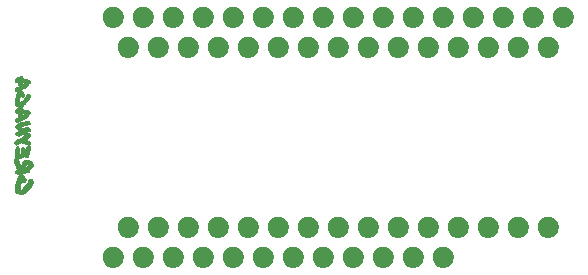
<source format=gbr>
G04 #@! TF.GenerationSoftware,KiCad,Pcbnew,5.1.5-52549c5~84~ubuntu18.04.1*
G04 #@! TF.CreationDate,2020-01-18T20:00:26-07:00*
G04 #@! TF.ProjectId,FeatherWing_KC5,46656174-6865-4725-9769-6e675f4b4335,rev?*
G04 #@! TF.SameCoordinates,Original*
G04 #@! TF.FileFunction,Soldermask,Bot*
G04 #@! TF.FilePolarity,Negative*
%FSLAX46Y46*%
G04 Gerber Fmt 4.6, Leading zero omitted, Abs format (unit mm)*
G04 Created by KiCad (PCBNEW 5.1.5-52549c5~84~ubuntu18.04.1) date 2020-01-18 20:00:26*
%MOMM*%
%LPD*%
G04 APERTURE LIST*
%ADD10C,0.010000*%
%ADD11C,0.100000*%
G04 APERTURE END LIST*
D10*
G36*
X115775029Y-93714146D02*
G01*
X115721913Y-93630808D01*
X115642364Y-93548142D01*
X115543729Y-93471504D01*
X115433355Y-93406250D01*
X115318588Y-93357737D01*
X115206774Y-93331324D01*
X115157047Y-93328066D01*
X115092198Y-93330885D01*
X115046084Y-93344434D01*
X115001859Y-93376356D01*
X114958730Y-93418025D01*
X114907638Y-93477014D01*
X114865318Y-93545712D01*
X114825010Y-93636311D01*
X114798988Y-93706235D01*
X114766429Y-93795748D01*
X114743671Y-93850721D01*
X114727161Y-93876790D01*
X114713345Y-93879587D01*
X114698850Y-93864985D01*
X114639595Y-93767500D01*
X114593396Y-93647356D01*
X114556707Y-93495199D01*
X114554690Y-93484631D01*
X114536758Y-93396166D01*
X114519169Y-93320703D01*
X114504785Y-93270132D01*
X114500439Y-93259275D01*
X114493783Y-93234916D01*
X114513004Y-93224360D01*
X114559684Y-93222233D01*
X114624810Y-93211230D01*
X114715407Y-93180451D01*
X114812613Y-93137566D01*
X114908182Y-93092655D01*
X114974025Y-93065962D01*
X115017648Y-93055562D01*
X115046558Y-93059528D01*
X115065176Y-93072761D01*
X115096460Y-93086732D01*
X115154247Y-93100561D01*
X115194316Y-93106960D01*
X115260105Y-93113556D01*
X115298347Y-93108817D01*
X115323105Y-93089189D01*
X115335770Y-93071224D01*
X115358609Y-93020912D01*
X115385622Y-92937852D01*
X115414582Y-92831141D01*
X115443263Y-92709878D01*
X115469439Y-92583162D01*
X115490883Y-92460091D01*
X115498883Y-92404669D01*
X115510439Y-92313201D01*
X115515199Y-92253702D01*
X115512353Y-92216236D01*
X115501094Y-92190863D01*
X115480613Y-92167648D01*
X115479512Y-92166544D01*
X115447280Y-92127872D01*
X115434534Y-92100400D01*
X115416176Y-92085398D01*
X115372570Y-92079233D01*
X115305688Y-92099246D01*
X115252475Y-92158949D01*
X115213303Y-92257844D01*
X115201690Y-92308061D01*
X115182297Y-92396220D01*
X115159496Y-92485346D01*
X115148301Y-92523733D01*
X115127289Y-92595492D01*
X115110472Y-92660548D01*
X115106809Y-92677191D01*
X115086518Y-92722065D01*
X115060794Y-92735400D01*
X115043501Y-92730211D01*
X115035050Y-92708962D01*
X115034330Y-92663127D01*
X115040233Y-92584180D01*
X115040591Y-92580205D01*
X115054655Y-92425010D01*
X114981432Y-92347372D01*
X114932850Y-92302339D01*
X114890860Y-92274323D01*
X114875467Y-92269733D01*
X114848225Y-92286869D01*
X114810848Y-92331336D01*
X114778994Y-92380858D01*
X114745131Y-92445530D01*
X114725796Y-92502810D01*
X114717078Y-92569558D01*
X114715066Y-92656336D01*
X114714256Y-92739316D01*
X114709611Y-92791016D01*
X114697434Y-92822489D01*
X114674028Y-92844787D01*
X114646075Y-92862632D01*
X114597577Y-92889888D01*
X114564915Y-92904081D01*
X114561409Y-92904654D01*
X114550533Y-92885202D01*
X114546060Y-92832207D01*
X114547670Y-92753920D01*
X114555040Y-92658594D01*
X114567849Y-92554481D01*
X114577384Y-92494804D01*
X114609234Y-92312162D01*
X114531733Y-92239062D01*
X114477818Y-92194604D01*
X114435391Y-92181999D01*
X114392351Y-92202165D01*
X114338748Y-92253716D01*
X114303144Y-92313837D01*
X114271298Y-92411888D01*
X114244242Y-92543556D01*
X114223009Y-92704525D01*
X114217820Y-92759131D01*
X114214899Y-92916069D01*
X114236570Y-93039085D01*
X114282980Y-93128820D01*
X114308646Y-93155662D01*
X114343857Y-93187919D01*
X114348176Y-93199253D01*
X114323199Y-93195881D01*
X114318735Y-93194880D01*
X114261831Y-93203223D01*
X114218193Y-93233982D01*
X114177454Y-93300522D01*
X114165523Y-93397635D01*
X114182393Y-93524882D01*
X114226485Y-93677316D01*
X114296853Y-93859428D01*
X114369508Y-94007994D01*
X114439700Y-94114780D01*
X114439700Y-93222233D01*
X114422278Y-93214489D01*
X114425589Y-93208122D01*
X114450709Y-93205589D01*
X114453812Y-93208122D01*
X114450906Y-93220706D01*
X114439700Y-93222233D01*
X114439700Y-94114780D01*
X114442401Y-94118890D01*
X114450993Y-94129382D01*
X114484998Y-94171440D01*
X114492812Y-94190524D01*
X114475923Y-94195697D01*
X114461906Y-94195900D01*
X114414982Y-94205338D01*
X114353251Y-94228869D01*
X114334812Y-94237751D01*
X114267115Y-94289810D01*
X114234496Y-94354813D01*
X114239700Y-94425045D01*
X114256303Y-94458142D01*
X114305383Y-94500659D01*
X114382317Y-94532447D01*
X114473171Y-94549544D01*
X114564008Y-94547986D01*
X114569403Y-94547173D01*
X114656980Y-94533169D01*
X114591069Y-94608237D01*
X114550821Y-94656705D01*
X114518130Y-94704479D01*
X114489644Y-94759356D01*
X114462014Y-94829135D01*
X114431888Y-94921615D01*
X114395914Y-95044595D01*
X114381246Y-95096557D01*
X114316998Y-95342542D01*
X114271998Y-95554004D01*
X114246329Y-95730285D01*
X114240069Y-95870729D01*
X114253300Y-95974677D01*
X114269006Y-96016233D01*
X114348048Y-96123441D01*
X114457048Y-96204296D01*
X114590738Y-96255926D01*
X114743850Y-96275456D01*
X114744255Y-96275462D01*
X114849460Y-96258214D01*
X114967380Y-96206064D01*
X115093596Y-96122826D01*
X115223693Y-96012310D01*
X115353252Y-95878329D01*
X115477856Y-95724693D01*
X115593089Y-95555214D01*
X115608849Y-95529400D01*
X115659790Y-95446117D01*
X115706896Y-95371518D01*
X115743186Y-95316552D01*
X115755740Y-95299004D01*
X115780916Y-95252107D01*
X115793308Y-95201877D01*
X115791108Y-95162594D01*
X115774786Y-95148400D01*
X115753995Y-95131429D01*
X115723131Y-95088268D01*
X115705759Y-95058762D01*
X115668388Y-95000878D01*
X115629262Y-94970563D01*
X115572459Y-94955495D01*
X115572289Y-94955467D01*
X115513311Y-94948744D01*
X115471529Y-94949063D01*
X115465747Y-94950452D01*
X115446696Y-94972280D01*
X115415343Y-95023028D01*
X115377333Y-95093277D01*
X115362608Y-95122538D01*
X115310492Y-95221912D01*
X115249820Y-95328399D01*
X115193299Y-95419735D01*
X115190769Y-95423566D01*
X115125019Y-95511062D01*
X115036901Y-95612406D01*
X114937236Y-95716468D01*
X114836847Y-95812120D01*
X114746553Y-95888232D01*
X114720071Y-95907685D01*
X114674741Y-95936531D01*
X114651208Y-95940731D01*
X114638337Y-95922238D01*
X114638259Y-95922037D01*
X114631552Y-95872500D01*
X114634177Y-95790326D01*
X114645250Y-95683962D01*
X114663889Y-95561854D01*
X114683117Y-95463591D01*
X114683117Y-94534566D01*
X114672534Y-94523983D01*
X114683117Y-94513400D01*
X114693700Y-94523983D01*
X114683117Y-94534566D01*
X114683117Y-95463591D01*
X114689211Y-95432448D01*
X114689625Y-95430550D01*
X114714191Y-95320692D01*
X114733812Y-95246976D01*
X114752382Y-95204142D01*
X114773791Y-95186929D01*
X114801933Y-95190080D01*
X114840701Y-95208334D01*
X114850296Y-95213454D01*
X114906350Y-95237975D01*
X114949917Y-95247476D01*
X114959334Y-95246176D01*
X114988902Y-95249895D01*
X114995227Y-95259230D01*
X115016117Y-95275272D01*
X115052231Y-95258910D01*
X115097343Y-95214239D01*
X115129024Y-95171237D01*
X115185331Y-95086152D01*
X115103557Y-94925339D01*
X115047467Y-94827264D01*
X114978253Y-94723252D01*
X114910668Y-94635439D01*
X114909151Y-94633671D01*
X114854407Y-94567965D01*
X114825843Y-94527017D01*
X114820337Y-94505034D01*
X114834767Y-94496222D01*
X114835068Y-94496169D01*
X114892180Y-94485185D01*
X114971526Y-94468459D01*
X115063510Y-94448194D01*
X115101602Y-94439535D01*
X115101602Y-94024279D01*
X115080291Y-94020855D01*
X115081233Y-93984896D01*
X115102390Y-93914068D01*
X115129183Y-93839669D01*
X115164364Y-93755805D01*
X115196410Y-93710947D01*
X115230915Y-93702678D01*
X115273474Y-93728578D01*
X115307935Y-93762410D01*
X115333774Y-93794443D01*
X115339791Y-93822241D01*
X115322204Y-93853491D01*
X115277228Y-93895879D01*
X115219119Y-93942868D01*
X115147199Y-93997505D01*
X115101602Y-94024279D01*
X115101602Y-94439535D01*
X115158540Y-94426591D01*
X115247021Y-94405851D01*
X115319360Y-94388175D01*
X115365962Y-94375765D01*
X115377803Y-94371633D01*
X115388352Y-94344727D01*
X115387349Y-94299443D01*
X115385716Y-94265024D01*
X115395613Y-94233852D01*
X115422428Y-94199556D01*
X115471551Y-94155766D01*
X115548369Y-94096110D01*
X115578343Y-94073627D01*
X115681571Y-93985809D01*
X115753282Y-93901353D01*
X115790089Y-93824666D01*
X115794367Y-93792797D01*
X115775029Y-93714146D01*
G37*
X115775029Y-93714146D02*
X115721913Y-93630808D01*
X115642364Y-93548142D01*
X115543729Y-93471504D01*
X115433355Y-93406250D01*
X115318588Y-93357737D01*
X115206774Y-93331324D01*
X115157047Y-93328066D01*
X115092198Y-93330885D01*
X115046084Y-93344434D01*
X115001859Y-93376356D01*
X114958730Y-93418025D01*
X114907638Y-93477014D01*
X114865318Y-93545712D01*
X114825010Y-93636311D01*
X114798988Y-93706235D01*
X114766429Y-93795748D01*
X114743671Y-93850721D01*
X114727161Y-93876790D01*
X114713345Y-93879587D01*
X114698850Y-93864985D01*
X114639595Y-93767500D01*
X114593396Y-93647356D01*
X114556707Y-93495199D01*
X114554690Y-93484631D01*
X114536758Y-93396166D01*
X114519169Y-93320703D01*
X114504785Y-93270132D01*
X114500439Y-93259275D01*
X114493783Y-93234916D01*
X114513004Y-93224360D01*
X114559684Y-93222233D01*
X114624810Y-93211230D01*
X114715407Y-93180451D01*
X114812613Y-93137566D01*
X114908182Y-93092655D01*
X114974025Y-93065962D01*
X115017648Y-93055562D01*
X115046558Y-93059528D01*
X115065176Y-93072761D01*
X115096460Y-93086732D01*
X115154247Y-93100561D01*
X115194316Y-93106960D01*
X115260105Y-93113556D01*
X115298347Y-93108817D01*
X115323105Y-93089189D01*
X115335770Y-93071224D01*
X115358609Y-93020912D01*
X115385622Y-92937852D01*
X115414582Y-92831141D01*
X115443263Y-92709878D01*
X115469439Y-92583162D01*
X115490883Y-92460091D01*
X115498883Y-92404669D01*
X115510439Y-92313201D01*
X115515199Y-92253702D01*
X115512353Y-92216236D01*
X115501094Y-92190863D01*
X115480613Y-92167648D01*
X115479512Y-92166544D01*
X115447280Y-92127872D01*
X115434534Y-92100400D01*
X115416176Y-92085398D01*
X115372570Y-92079233D01*
X115305688Y-92099246D01*
X115252475Y-92158949D01*
X115213303Y-92257844D01*
X115201690Y-92308061D01*
X115182297Y-92396220D01*
X115159496Y-92485346D01*
X115148301Y-92523733D01*
X115127289Y-92595492D01*
X115110472Y-92660548D01*
X115106809Y-92677191D01*
X115086518Y-92722065D01*
X115060794Y-92735400D01*
X115043501Y-92730211D01*
X115035050Y-92708962D01*
X115034330Y-92663127D01*
X115040233Y-92584180D01*
X115040591Y-92580205D01*
X115054655Y-92425010D01*
X114981432Y-92347372D01*
X114932850Y-92302339D01*
X114890860Y-92274323D01*
X114875467Y-92269733D01*
X114848225Y-92286869D01*
X114810848Y-92331336D01*
X114778994Y-92380858D01*
X114745131Y-92445530D01*
X114725796Y-92502810D01*
X114717078Y-92569558D01*
X114715066Y-92656336D01*
X114714256Y-92739316D01*
X114709611Y-92791016D01*
X114697434Y-92822489D01*
X114674028Y-92844787D01*
X114646075Y-92862632D01*
X114597577Y-92889888D01*
X114564915Y-92904081D01*
X114561409Y-92904654D01*
X114550533Y-92885202D01*
X114546060Y-92832207D01*
X114547670Y-92753920D01*
X114555040Y-92658594D01*
X114567849Y-92554481D01*
X114577384Y-92494804D01*
X114609234Y-92312162D01*
X114531733Y-92239062D01*
X114477818Y-92194604D01*
X114435391Y-92181999D01*
X114392351Y-92202165D01*
X114338748Y-92253716D01*
X114303144Y-92313837D01*
X114271298Y-92411888D01*
X114244242Y-92543556D01*
X114223009Y-92704525D01*
X114217820Y-92759131D01*
X114214899Y-92916069D01*
X114236570Y-93039085D01*
X114282980Y-93128820D01*
X114308646Y-93155662D01*
X114343857Y-93187919D01*
X114348176Y-93199253D01*
X114323199Y-93195881D01*
X114318735Y-93194880D01*
X114261831Y-93203223D01*
X114218193Y-93233982D01*
X114177454Y-93300522D01*
X114165523Y-93397635D01*
X114182393Y-93524882D01*
X114226485Y-93677316D01*
X114296853Y-93859428D01*
X114369508Y-94007994D01*
X114439700Y-94114780D01*
X114439700Y-93222233D01*
X114422278Y-93214489D01*
X114425589Y-93208122D01*
X114450709Y-93205589D01*
X114453812Y-93208122D01*
X114450906Y-93220706D01*
X114439700Y-93222233D01*
X114439700Y-94114780D01*
X114442401Y-94118890D01*
X114450993Y-94129382D01*
X114484998Y-94171440D01*
X114492812Y-94190524D01*
X114475923Y-94195697D01*
X114461906Y-94195900D01*
X114414982Y-94205338D01*
X114353251Y-94228869D01*
X114334812Y-94237751D01*
X114267115Y-94289810D01*
X114234496Y-94354813D01*
X114239700Y-94425045D01*
X114256303Y-94458142D01*
X114305383Y-94500659D01*
X114382317Y-94532447D01*
X114473171Y-94549544D01*
X114564008Y-94547986D01*
X114569403Y-94547173D01*
X114656980Y-94533169D01*
X114591069Y-94608237D01*
X114550821Y-94656705D01*
X114518130Y-94704479D01*
X114489644Y-94759356D01*
X114462014Y-94829135D01*
X114431888Y-94921615D01*
X114395914Y-95044595D01*
X114381246Y-95096557D01*
X114316998Y-95342542D01*
X114271998Y-95554004D01*
X114246329Y-95730285D01*
X114240069Y-95870729D01*
X114253300Y-95974677D01*
X114269006Y-96016233D01*
X114348048Y-96123441D01*
X114457048Y-96204296D01*
X114590738Y-96255926D01*
X114743850Y-96275456D01*
X114744255Y-96275462D01*
X114849460Y-96258214D01*
X114967380Y-96206064D01*
X115093596Y-96122826D01*
X115223693Y-96012310D01*
X115353252Y-95878329D01*
X115477856Y-95724693D01*
X115593089Y-95555214D01*
X115608849Y-95529400D01*
X115659790Y-95446117D01*
X115706896Y-95371518D01*
X115743186Y-95316552D01*
X115755740Y-95299004D01*
X115780916Y-95252107D01*
X115793308Y-95201877D01*
X115791108Y-95162594D01*
X115774786Y-95148400D01*
X115753995Y-95131429D01*
X115723131Y-95088268D01*
X115705759Y-95058762D01*
X115668388Y-95000878D01*
X115629262Y-94970563D01*
X115572459Y-94955495D01*
X115572289Y-94955467D01*
X115513311Y-94948744D01*
X115471529Y-94949063D01*
X115465747Y-94950452D01*
X115446696Y-94972280D01*
X115415343Y-95023028D01*
X115377333Y-95093277D01*
X115362608Y-95122538D01*
X115310492Y-95221912D01*
X115249820Y-95328399D01*
X115193299Y-95419735D01*
X115190769Y-95423566D01*
X115125019Y-95511062D01*
X115036901Y-95612406D01*
X114937236Y-95716468D01*
X114836847Y-95812120D01*
X114746553Y-95888232D01*
X114720071Y-95907685D01*
X114674741Y-95936531D01*
X114651208Y-95940731D01*
X114638337Y-95922238D01*
X114638259Y-95922037D01*
X114631552Y-95872500D01*
X114634177Y-95790326D01*
X114645250Y-95683962D01*
X114663889Y-95561854D01*
X114683117Y-95463591D01*
X114683117Y-94534566D01*
X114672534Y-94523983D01*
X114683117Y-94513400D01*
X114693700Y-94523983D01*
X114683117Y-94534566D01*
X114683117Y-95463591D01*
X114689211Y-95432448D01*
X114689625Y-95430550D01*
X114714191Y-95320692D01*
X114733812Y-95246976D01*
X114752382Y-95204142D01*
X114773791Y-95186929D01*
X114801933Y-95190080D01*
X114840701Y-95208334D01*
X114850296Y-95213454D01*
X114906350Y-95237975D01*
X114949917Y-95247476D01*
X114959334Y-95246176D01*
X114988902Y-95249895D01*
X114995227Y-95259230D01*
X115016117Y-95275272D01*
X115052231Y-95258910D01*
X115097343Y-95214239D01*
X115129024Y-95171237D01*
X115185331Y-95086152D01*
X115103557Y-94925339D01*
X115047467Y-94827264D01*
X114978253Y-94723252D01*
X114910668Y-94635439D01*
X114909151Y-94633671D01*
X114854407Y-94567965D01*
X114825843Y-94527017D01*
X114820337Y-94505034D01*
X114834767Y-94496222D01*
X114835068Y-94496169D01*
X114892180Y-94485185D01*
X114971526Y-94468459D01*
X115063510Y-94448194D01*
X115101602Y-94439535D01*
X115101602Y-94024279D01*
X115080291Y-94020855D01*
X115081233Y-93984896D01*
X115102390Y-93914068D01*
X115129183Y-93839669D01*
X115164364Y-93755805D01*
X115196410Y-93710947D01*
X115230915Y-93702678D01*
X115273474Y-93728578D01*
X115307935Y-93762410D01*
X115333774Y-93794443D01*
X115339791Y-93822241D01*
X115322204Y-93853491D01*
X115277228Y-93895879D01*
X115219119Y-93942868D01*
X115147199Y-93997505D01*
X115101602Y-94024279D01*
X115101602Y-94439535D01*
X115158540Y-94426591D01*
X115247021Y-94405851D01*
X115319360Y-94388175D01*
X115365962Y-94375765D01*
X115377803Y-94371633D01*
X115388352Y-94344727D01*
X115387349Y-94299443D01*
X115385716Y-94265024D01*
X115395613Y-94233852D01*
X115422428Y-94199556D01*
X115471551Y-94155766D01*
X115548369Y-94096110D01*
X115578343Y-94073627D01*
X115681571Y-93985809D01*
X115753282Y-93901353D01*
X115790089Y-93824666D01*
X115794367Y-93792797D01*
X115775029Y-93714146D01*
G36*
X115526790Y-91192927D02*
G01*
X115492264Y-91142111D01*
X115468750Y-91114414D01*
X115423513Y-91071281D01*
X115382044Y-91051022D01*
X115337436Y-91055506D01*
X115282780Y-91086601D01*
X115211170Y-91146176D01*
X115153794Y-91199596D01*
X115046272Y-91289948D01*
X114900847Y-91392970D01*
X114719570Y-91507339D01*
X114504492Y-91631733D01*
X114365617Y-91707659D01*
X114260432Y-91769068D01*
X114193587Y-91819673D01*
X114166026Y-91858728D01*
X114165362Y-91866320D01*
X114173601Y-91892049D01*
X114192480Y-91938472D01*
X114194081Y-91942163D01*
X114238461Y-92001378D01*
X114304123Y-92044110D01*
X114364465Y-92058066D01*
X114394309Y-92048833D01*
X114452298Y-92023899D01*
X114529186Y-91987417D01*
X114591010Y-91956353D01*
X114788950Y-91854640D01*
X114858516Y-91901848D01*
X114916905Y-91933331D01*
X114995623Y-91960520D01*
X115101144Y-91985101D01*
X115239941Y-92008761D01*
X115305383Y-92018227D01*
X115387277Y-92028509D01*
X115438806Y-92030554D01*
X115471330Y-92023283D01*
X115496207Y-92005614D01*
X115502527Y-91999481D01*
X115525470Y-91973686D01*
X115531487Y-91949420D01*
X115519924Y-91912802D01*
X115496035Y-91862117D01*
X115463394Y-91803170D01*
X115426904Y-91762571D01*
X115376357Y-91734003D01*
X115301549Y-91711152D01*
X115224771Y-91694248D01*
X115089092Y-91666483D01*
X115195690Y-91591941D01*
X115319049Y-91499247D01*
X115418821Y-91411090D01*
X115491166Y-91331512D01*
X115532246Y-91264555D01*
X115540367Y-91229035D01*
X115526790Y-91192927D01*
G37*
X115526790Y-91192927D02*
X115492264Y-91142111D01*
X115468750Y-91114414D01*
X115423513Y-91071281D01*
X115382044Y-91051022D01*
X115337436Y-91055506D01*
X115282780Y-91086601D01*
X115211170Y-91146176D01*
X115153794Y-91199596D01*
X115046272Y-91289948D01*
X114900847Y-91392970D01*
X114719570Y-91507339D01*
X114504492Y-91631733D01*
X114365617Y-91707659D01*
X114260432Y-91769068D01*
X114193587Y-91819673D01*
X114166026Y-91858728D01*
X114165362Y-91866320D01*
X114173601Y-91892049D01*
X114192480Y-91938472D01*
X114194081Y-91942163D01*
X114238461Y-92001378D01*
X114304123Y-92044110D01*
X114364465Y-92058066D01*
X114394309Y-92048833D01*
X114452298Y-92023899D01*
X114529186Y-91987417D01*
X114591010Y-91956353D01*
X114788950Y-91854640D01*
X114858516Y-91901848D01*
X114916905Y-91933331D01*
X114995623Y-91960520D01*
X115101144Y-91985101D01*
X115239941Y-92008761D01*
X115305383Y-92018227D01*
X115387277Y-92028509D01*
X115438806Y-92030554D01*
X115471330Y-92023283D01*
X115496207Y-92005614D01*
X115502527Y-91999481D01*
X115525470Y-91973686D01*
X115531487Y-91949420D01*
X115519924Y-91912802D01*
X115496035Y-91862117D01*
X115463394Y-91803170D01*
X115426904Y-91762571D01*
X115376357Y-91734003D01*
X115301549Y-91711152D01*
X115224771Y-91694248D01*
X115089092Y-91666483D01*
X115195690Y-91591941D01*
X115319049Y-91499247D01*
X115418821Y-91411090D01*
X115491166Y-91331512D01*
X115532246Y-91264555D01*
X115540367Y-91229035D01*
X115526790Y-91192927D01*
G36*
X115507063Y-87924240D02*
G01*
X115476852Y-87870053D01*
X115437867Y-87816136D01*
X115399409Y-87775477D01*
X115372566Y-87760944D01*
X115324702Y-87755288D01*
X115294094Y-87748529D01*
X115271672Y-87747519D01*
X115249156Y-87761290D01*
X115221763Y-87795750D01*
X115184711Y-87856809D01*
X115138208Y-87941136D01*
X115001767Y-88163940D01*
X114853671Y-88348304D01*
X114697510Y-88492488D01*
X114577284Y-88587035D01*
X114566700Y-88465176D01*
X114563018Y-88397660D01*
X114564439Y-88349045D01*
X114568872Y-88332733D01*
X114578771Y-88307294D01*
X114589938Y-88254061D01*
X114595669Y-88216316D01*
X114610220Y-88131058D01*
X114629717Y-88045237D01*
X114636426Y-88021130D01*
X114663141Y-87931776D01*
X114723174Y-87962921D01*
X114773844Y-87984980D01*
X114810773Y-87994066D01*
X114841702Y-88009630D01*
X114846407Y-88018268D01*
X114866695Y-88031909D01*
X114901453Y-88016581D01*
X114941744Y-87978590D01*
X114978032Y-87925366D01*
X115016601Y-87853747D01*
X114929465Y-87694980D01*
X114882363Y-87614669D01*
X114835203Y-87543366D01*
X114796553Y-87493818D01*
X114789181Y-87486283D01*
X114753218Y-87446353D01*
X114736480Y-87415645D01*
X114736321Y-87413585D01*
X114754643Y-87396046D01*
X114799534Y-87369558D01*
X114799534Y-86997805D01*
X114799534Y-86915584D01*
X114802518Y-86853772D01*
X114809868Y-86807260D01*
X114811573Y-86801989D01*
X114833966Y-86784732D01*
X114883623Y-86786170D01*
X114964733Y-86806718D01*
X115011062Y-86821784D01*
X115021333Y-86838598D01*
X114994685Y-86870161D01*
X114930361Y-86917188D01*
X114868325Y-86956182D01*
X114799534Y-86997805D01*
X114799534Y-87369558D01*
X114803784Y-87367050D01*
X114875402Y-87331208D01*
X114930682Y-87306150D01*
X115072067Y-87241772D01*
X115176703Y-87187440D01*
X115248278Y-87140658D01*
X115290476Y-87098931D01*
X115306983Y-87059762D01*
X115307534Y-87050988D01*
X115326146Y-86992918D01*
X115378007Y-86926261D01*
X115457152Y-86858377D01*
X115472250Y-86847685D01*
X115500339Y-86824941D01*
X115510376Y-86799410D01*
X115504625Y-86756818D01*
X115493544Y-86713413D01*
X115464583Y-86636531D01*
X115421022Y-86587730D01*
X115352693Y-86558804D01*
X115286367Y-86546226D01*
X115215745Y-86534550D01*
X115124369Y-86517249D01*
X115037659Y-86499269D01*
X114955879Y-86479348D01*
X114908336Y-86461392D01*
X114887309Y-86441758D01*
X114884200Y-86426818D01*
X114873448Y-86381230D01*
X114846939Y-86325906D01*
X114813298Y-86274902D01*
X114781148Y-86242272D01*
X114767886Y-86237233D01*
X114738420Y-86252048D01*
X114695741Y-86289487D01*
X114675621Y-86311034D01*
X114631764Y-86356301D01*
X114594441Y-86375339D01*
X114544640Y-86375678D01*
X114519970Y-86372669D01*
X114421649Y-86379683D01*
X114332399Y-86425252D01*
X114258521Y-86505690D01*
X114240080Y-86536470D01*
X114214915Y-86591043D01*
X114211873Y-86632863D01*
X114227230Y-86679794D01*
X114253513Y-86723907D01*
X114279754Y-86737820D01*
X114281987Y-86737181D01*
X114314729Y-86743456D01*
X114345742Y-86767827D01*
X114384630Y-86802326D01*
X114412894Y-86799571D01*
X114440577Y-86757795D01*
X114444122Y-86750525D01*
X114474874Y-86706669D01*
X114504856Y-86691882D01*
X114524305Y-86706802D01*
X114524914Y-86745233D01*
X114519285Y-86795529D01*
X114515404Y-86869090D01*
X114514331Y-86924400D01*
X114516236Y-86997771D01*
X114525060Y-87040628D01*
X114544267Y-87064646D01*
X114558395Y-87073016D01*
X114585178Y-87095354D01*
X114576526Y-87119589D01*
X114530442Y-87147483D01*
X114444931Y-87180800D01*
X114430950Y-87185575D01*
X114358258Y-87214172D01*
X114296929Y-87245314D01*
X114270375Y-87263809D01*
X114236452Y-87317216D01*
X114229833Y-87380809D01*
X114246951Y-87442040D01*
X114284239Y-87488360D01*
X114338130Y-87507222D01*
X114339576Y-87507233D01*
X114377183Y-87518865D01*
X114386819Y-87528457D01*
X114415040Y-87538153D01*
X114438880Y-87528839D01*
X114462252Y-87518106D01*
X114466585Y-87526347D01*
X114451990Y-87561348D01*
X114439718Y-87586990D01*
X114417349Y-87643342D01*
X114388285Y-87730795D01*
X114355433Y-87839220D01*
X114321698Y-87958485D01*
X114289984Y-88078463D01*
X114263198Y-88189023D01*
X114251158Y-88244390D01*
X114228123Y-88415148D01*
X114235508Y-88556847D01*
X114273845Y-88670407D01*
X114343667Y-88756749D01*
X114445505Y-88816795D01*
X114579893Y-88851465D01*
X114603879Y-88854652D01*
X114709430Y-88867153D01*
X114665520Y-88933318D01*
X114632966Y-88975012D01*
X114598222Y-88992297D01*
X114543160Y-88993010D01*
X114529771Y-88991990D01*
X114455571Y-88993363D01*
X114387257Y-89006191D01*
X114374767Y-89010660D01*
X114302949Y-89057964D01*
X114249985Y-89126297D01*
X114221669Y-89203850D01*
X114223798Y-89278815D01*
X114232236Y-89301108D01*
X114263177Y-89337685D01*
X114291488Y-89348733D01*
X114332088Y-89363488D01*
X114365165Y-89390567D01*
X114404599Y-89419720D01*
X114431062Y-89410277D01*
X114439700Y-89369395D01*
X114453332Y-89334721D01*
X114484034Y-89305064D01*
X114516518Y-89292618D01*
X114529699Y-89297621D01*
X114532407Y-89323297D01*
X114525382Y-89373148D01*
X114522404Y-89386835D01*
X114504138Y-89503344D01*
X114507065Y-89598438D01*
X114530626Y-89665606D01*
X114548074Y-89685200D01*
X114592947Y-89721536D01*
X114539455Y-89756585D01*
X114485070Y-89783716D01*
X114413628Y-89809252D01*
X114389692Y-89815875D01*
X114302481Y-89853221D01*
X114248394Y-89910855D01*
X114230933Y-89984687D01*
X114232037Y-90000146D01*
X114255437Y-90052453D01*
X114304109Y-90100556D01*
X114363622Y-90134058D01*
X114419543Y-90142566D01*
X114427392Y-90140855D01*
X114446405Y-90134359D01*
X114476479Y-90122285D01*
X114521547Y-90102863D01*
X114585538Y-90074321D01*
X114672384Y-90034890D01*
X114786015Y-89982799D01*
X114799534Y-89976569D01*
X114799534Y-89605442D01*
X114799534Y-89510087D01*
X114803630Y-89450010D01*
X114813963Y-89409683D01*
X114819615Y-89402321D01*
X114850589Y-89399760D01*
X114906084Y-89407472D01*
X114936851Y-89414374D01*
X114994065Y-89430460D01*
X115016781Y-89444315D01*
X115011947Y-89462332D01*
X115001939Y-89474272D01*
X114963831Y-89506443D01*
X114906661Y-89544696D01*
X114884703Y-89557574D01*
X114799534Y-89605442D01*
X114799534Y-89976569D01*
X114930362Y-89916277D01*
X115099094Y-89838300D01*
X115196451Y-89789846D01*
X115259508Y-89748730D01*
X115294358Y-89709618D01*
X115307092Y-89667175D01*
X115307534Y-89655779D01*
X115326863Y-89605350D01*
X115385016Y-89539262D01*
X115413315Y-89513481D01*
X115519096Y-89420947D01*
X115482106Y-89305465D01*
X115459655Y-89240088D01*
X115437854Y-89203736D01*
X115404633Y-89185059D01*
X115347920Y-89172704D01*
X115339284Y-89171165D01*
X115191367Y-89144401D01*
X115079999Y-89122752D01*
X114999936Y-89104598D01*
X114945932Y-89088317D01*
X114912744Y-89072289D01*
X114895126Y-89054892D01*
X114887834Y-89034506D01*
X114887363Y-89031493D01*
X114869521Y-88975945D01*
X114839738Y-88922410D01*
X114809360Y-88873502D01*
X114805741Y-88838823D01*
X114832670Y-88807402D01*
X114892729Y-88768973D01*
X114948543Y-88728819D01*
X115020111Y-88666930D01*
X115095702Y-88593764D01*
X115130854Y-88556746D01*
X115192339Y-88484554D01*
X115259925Y-88396509D01*
X115328655Y-88300155D01*
X115393573Y-88203034D01*
X115449722Y-88112693D01*
X115492144Y-88036673D01*
X115515884Y-87982520D01*
X115519200Y-87965709D01*
X115507063Y-87924240D01*
G37*
X115507063Y-87924240D02*
X115476852Y-87870053D01*
X115437867Y-87816136D01*
X115399409Y-87775477D01*
X115372566Y-87760944D01*
X115324702Y-87755288D01*
X115294094Y-87748529D01*
X115271672Y-87747519D01*
X115249156Y-87761290D01*
X115221763Y-87795750D01*
X115184711Y-87856809D01*
X115138208Y-87941136D01*
X115001767Y-88163940D01*
X114853671Y-88348304D01*
X114697510Y-88492488D01*
X114577284Y-88587035D01*
X114566700Y-88465176D01*
X114563018Y-88397660D01*
X114564439Y-88349045D01*
X114568872Y-88332733D01*
X114578771Y-88307294D01*
X114589938Y-88254061D01*
X114595669Y-88216316D01*
X114610220Y-88131058D01*
X114629717Y-88045237D01*
X114636426Y-88021130D01*
X114663141Y-87931776D01*
X114723174Y-87962921D01*
X114773844Y-87984980D01*
X114810773Y-87994066D01*
X114841702Y-88009630D01*
X114846407Y-88018268D01*
X114866695Y-88031909D01*
X114901453Y-88016581D01*
X114941744Y-87978590D01*
X114978032Y-87925366D01*
X115016601Y-87853747D01*
X114929465Y-87694980D01*
X114882363Y-87614669D01*
X114835203Y-87543366D01*
X114796553Y-87493818D01*
X114789181Y-87486283D01*
X114753218Y-87446353D01*
X114736480Y-87415645D01*
X114736321Y-87413585D01*
X114754643Y-87396046D01*
X114799534Y-87369558D01*
X114799534Y-86997805D01*
X114799534Y-86915584D01*
X114802518Y-86853772D01*
X114809868Y-86807260D01*
X114811573Y-86801989D01*
X114833966Y-86784732D01*
X114883623Y-86786170D01*
X114964733Y-86806718D01*
X115011062Y-86821784D01*
X115021333Y-86838598D01*
X114994685Y-86870161D01*
X114930361Y-86917188D01*
X114868325Y-86956182D01*
X114799534Y-86997805D01*
X114799534Y-87369558D01*
X114803784Y-87367050D01*
X114875402Y-87331208D01*
X114930682Y-87306150D01*
X115072067Y-87241772D01*
X115176703Y-87187440D01*
X115248278Y-87140658D01*
X115290476Y-87098931D01*
X115306983Y-87059762D01*
X115307534Y-87050988D01*
X115326146Y-86992918D01*
X115378007Y-86926261D01*
X115457152Y-86858377D01*
X115472250Y-86847685D01*
X115500339Y-86824941D01*
X115510376Y-86799410D01*
X115504625Y-86756818D01*
X115493544Y-86713413D01*
X115464583Y-86636531D01*
X115421022Y-86587730D01*
X115352693Y-86558804D01*
X115286367Y-86546226D01*
X115215745Y-86534550D01*
X115124369Y-86517249D01*
X115037659Y-86499269D01*
X114955879Y-86479348D01*
X114908336Y-86461392D01*
X114887309Y-86441758D01*
X114884200Y-86426818D01*
X114873448Y-86381230D01*
X114846939Y-86325906D01*
X114813298Y-86274902D01*
X114781148Y-86242272D01*
X114767886Y-86237233D01*
X114738420Y-86252048D01*
X114695741Y-86289487D01*
X114675621Y-86311034D01*
X114631764Y-86356301D01*
X114594441Y-86375339D01*
X114544640Y-86375678D01*
X114519970Y-86372669D01*
X114421649Y-86379683D01*
X114332399Y-86425252D01*
X114258521Y-86505690D01*
X114240080Y-86536470D01*
X114214915Y-86591043D01*
X114211873Y-86632863D01*
X114227230Y-86679794D01*
X114253513Y-86723907D01*
X114279754Y-86737820D01*
X114281987Y-86737181D01*
X114314729Y-86743456D01*
X114345742Y-86767827D01*
X114384630Y-86802326D01*
X114412894Y-86799571D01*
X114440577Y-86757795D01*
X114444122Y-86750525D01*
X114474874Y-86706669D01*
X114504856Y-86691882D01*
X114524305Y-86706802D01*
X114524914Y-86745233D01*
X114519285Y-86795529D01*
X114515404Y-86869090D01*
X114514331Y-86924400D01*
X114516236Y-86997771D01*
X114525060Y-87040628D01*
X114544267Y-87064646D01*
X114558395Y-87073016D01*
X114585178Y-87095354D01*
X114576526Y-87119589D01*
X114530442Y-87147483D01*
X114444931Y-87180800D01*
X114430950Y-87185575D01*
X114358258Y-87214172D01*
X114296929Y-87245314D01*
X114270375Y-87263809D01*
X114236452Y-87317216D01*
X114229833Y-87380809D01*
X114246951Y-87442040D01*
X114284239Y-87488360D01*
X114338130Y-87507222D01*
X114339576Y-87507233D01*
X114377183Y-87518865D01*
X114386819Y-87528457D01*
X114415040Y-87538153D01*
X114438880Y-87528839D01*
X114462252Y-87518106D01*
X114466585Y-87526347D01*
X114451990Y-87561348D01*
X114439718Y-87586990D01*
X114417349Y-87643342D01*
X114388285Y-87730795D01*
X114355433Y-87839220D01*
X114321698Y-87958485D01*
X114289984Y-88078463D01*
X114263198Y-88189023D01*
X114251158Y-88244390D01*
X114228123Y-88415148D01*
X114235508Y-88556847D01*
X114273845Y-88670407D01*
X114343667Y-88756749D01*
X114445505Y-88816795D01*
X114579893Y-88851465D01*
X114603879Y-88854652D01*
X114709430Y-88867153D01*
X114665520Y-88933318D01*
X114632966Y-88975012D01*
X114598222Y-88992297D01*
X114543160Y-88993010D01*
X114529771Y-88991990D01*
X114455571Y-88993363D01*
X114387257Y-89006191D01*
X114374767Y-89010660D01*
X114302949Y-89057964D01*
X114249985Y-89126297D01*
X114221669Y-89203850D01*
X114223798Y-89278815D01*
X114232236Y-89301108D01*
X114263177Y-89337685D01*
X114291488Y-89348733D01*
X114332088Y-89363488D01*
X114365165Y-89390567D01*
X114404599Y-89419720D01*
X114431062Y-89410277D01*
X114439700Y-89369395D01*
X114453332Y-89334721D01*
X114484034Y-89305064D01*
X114516518Y-89292618D01*
X114529699Y-89297621D01*
X114532407Y-89323297D01*
X114525382Y-89373148D01*
X114522404Y-89386835D01*
X114504138Y-89503344D01*
X114507065Y-89598438D01*
X114530626Y-89665606D01*
X114548074Y-89685200D01*
X114592947Y-89721536D01*
X114539455Y-89756585D01*
X114485070Y-89783716D01*
X114413628Y-89809252D01*
X114389692Y-89815875D01*
X114302481Y-89853221D01*
X114248394Y-89910855D01*
X114230933Y-89984687D01*
X114232037Y-90000146D01*
X114255437Y-90052453D01*
X114304109Y-90100556D01*
X114363622Y-90134058D01*
X114419543Y-90142566D01*
X114427392Y-90140855D01*
X114446405Y-90134359D01*
X114476479Y-90122285D01*
X114521547Y-90102863D01*
X114585538Y-90074321D01*
X114672384Y-90034890D01*
X114786015Y-89982799D01*
X114799534Y-89976569D01*
X114799534Y-89605442D01*
X114799534Y-89510087D01*
X114803630Y-89450010D01*
X114813963Y-89409683D01*
X114819615Y-89402321D01*
X114850589Y-89399760D01*
X114906084Y-89407472D01*
X114936851Y-89414374D01*
X114994065Y-89430460D01*
X115016781Y-89444315D01*
X115011947Y-89462332D01*
X115001939Y-89474272D01*
X114963831Y-89506443D01*
X114906661Y-89544696D01*
X114884703Y-89557574D01*
X114799534Y-89605442D01*
X114799534Y-89976569D01*
X114930362Y-89916277D01*
X115099094Y-89838300D01*
X115196451Y-89789846D01*
X115259508Y-89748730D01*
X115294358Y-89709618D01*
X115307092Y-89667175D01*
X115307534Y-89655779D01*
X115326863Y-89605350D01*
X115385016Y-89539262D01*
X115413315Y-89513481D01*
X115519096Y-89420947D01*
X115482106Y-89305465D01*
X115459655Y-89240088D01*
X115437854Y-89203736D01*
X115404633Y-89185059D01*
X115347920Y-89172704D01*
X115339284Y-89171165D01*
X115191367Y-89144401D01*
X115079999Y-89122752D01*
X114999936Y-89104598D01*
X114945932Y-89088317D01*
X114912744Y-89072289D01*
X114895126Y-89054892D01*
X114887834Y-89034506D01*
X114887363Y-89031493D01*
X114869521Y-88975945D01*
X114839738Y-88922410D01*
X114809360Y-88873502D01*
X114805741Y-88838823D01*
X114832670Y-88807402D01*
X114892729Y-88768973D01*
X114948543Y-88728819D01*
X115020111Y-88666930D01*
X115095702Y-88593764D01*
X115130854Y-88556746D01*
X115192339Y-88484554D01*
X115259925Y-88396509D01*
X115328655Y-88300155D01*
X115393573Y-88203034D01*
X115449722Y-88112693D01*
X115492144Y-88036673D01*
X115515884Y-87982520D01*
X115519200Y-87965709D01*
X115507063Y-87924240D01*
G36*
X115527334Y-90256572D02*
G01*
X115498706Y-90213163D01*
X115488326Y-90200301D01*
X115453898Y-90154992D01*
X115435494Y-90122215D01*
X115434534Y-90117533D01*
X115418068Y-90095146D01*
X115377795Y-90065272D01*
X115371477Y-90061445D01*
X115320874Y-90038338D01*
X115270782Y-90036632D01*
X115223310Y-90047114D01*
X115170634Y-90064956D01*
X115140754Y-90082171D01*
X115138200Y-90086972D01*
X115118761Y-90097203D01*
X115066763Y-90110233D01*
X114991686Y-90123879D01*
X114952992Y-90129626D01*
X114741532Y-90170265D01*
X114567225Y-90228185D01*
X114430651Y-90303127D01*
X114332386Y-90394830D01*
X114316885Y-90415881D01*
X114277568Y-90490034D01*
X114271027Y-90556822D01*
X114298972Y-90624130D01*
X114363114Y-90699842D01*
X114382607Y-90718744D01*
X114444720Y-90773581D01*
X114501261Y-90816789D01*
X114540351Y-90839322D01*
X114541357Y-90839657D01*
X114577570Y-90856602D01*
X114587704Y-90868868D01*
X114569930Y-90889025D01*
X114525262Y-90917919D01*
X114466221Y-90948846D01*
X114405330Y-90975101D01*
X114365617Y-90987781D01*
X114295897Y-91018854D01*
X114246319Y-91067916D01*
X114228034Y-91122568D01*
X114243105Y-91167919D01*
X114265075Y-91195070D01*
X114328170Y-91239002D01*
X114407398Y-91279025D01*
X114485667Y-91307581D01*
X114541394Y-91317233D01*
X114578092Y-91308162D01*
X114646543Y-91282670D01*
X114740671Y-91243335D01*
X114854400Y-91192740D01*
X114981654Y-91133464D01*
X115039810Y-91105566D01*
X115165718Y-91045059D01*
X115279278Y-90991295D01*
X115374838Y-90946885D01*
X115446744Y-90914440D01*
X115489344Y-90896570D01*
X115498190Y-90893900D01*
X115516928Y-90882096D01*
X115511552Y-90844165D01*
X115481465Y-90776325D01*
X115478927Y-90771348D01*
X115411372Y-90670360D01*
X115332125Y-90609760D01*
X115239487Y-90588799D01*
X115131764Y-90606729D01*
X115117034Y-90611710D01*
X115064727Y-90623781D01*
X114992085Y-90632422D01*
X114909681Y-90637449D01*
X114828088Y-90638681D01*
X114757877Y-90635933D01*
X114709621Y-90629023D01*
X114693700Y-90619033D01*
X114712916Y-90585777D01*
X114764821Y-90547155D01*
X114840799Y-90507081D01*
X114932237Y-90469472D01*
X115030520Y-90438245D01*
X115127034Y-90417315D01*
X115142300Y-90415108D01*
X115214326Y-90401598D01*
X115297765Y-90380074D01*
X115382110Y-90354042D01*
X115456857Y-90327009D01*
X115511501Y-90302483D01*
X115535535Y-90283972D01*
X115535594Y-90283803D01*
X115527334Y-90256572D01*
G37*
X115527334Y-90256572D02*
X115498706Y-90213163D01*
X115488326Y-90200301D01*
X115453898Y-90154992D01*
X115435494Y-90122215D01*
X115434534Y-90117533D01*
X115418068Y-90095146D01*
X115377795Y-90065272D01*
X115371477Y-90061445D01*
X115320874Y-90038338D01*
X115270782Y-90036632D01*
X115223310Y-90047114D01*
X115170634Y-90064956D01*
X115140754Y-90082171D01*
X115138200Y-90086972D01*
X115118761Y-90097203D01*
X115066763Y-90110233D01*
X114991686Y-90123879D01*
X114952992Y-90129626D01*
X114741532Y-90170265D01*
X114567225Y-90228185D01*
X114430651Y-90303127D01*
X114332386Y-90394830D01*
X114316885Y-90415881D01*
X114277568Y-90490034D01*
X114271027Y-90556822D01*
X114298972Y-90624130D01*
X114363114Y-90699842D01*
X114382607Y-90718744D01*
X114444720Y-90773581D01*
X114501261Y-90816789D01*
X114540351Y-90839322D01*
X114541357Y-90839657D01*
X114577570Y-90856602D01*
X114587704Y-90868868D01*
X114569930Y-90889025D01*
X114525262Y-90917919D01*
X114466221Y-90948846D01*
X114405330Y-90975101D01*
X114365617Y-90987781D01*
X114295897Y-91018854D01*
X114246319Y-91067916D01*
X114228034Y-91122568D01*
X114243105Y-91167919D01*
X114265075Y-91195070D01*
X114328170Y-91239002D01*
X114407398Y-91279025D01*
X114485667Y-91307581D01*
X114541394Y-91317233D01*
X114578092Y-91308162D01*
X114646543Y-91282670D01*
X114740671Y-91243335D01*
X114854400Y-91192740D01*
X114981654Y-91133464D01*
X115039810Y-91105566D01*
X115165718Y-91045059D01*
X115279278Y-90991295D01*
X115374838Y-90946885D01*
X115446744Y-90914440D01*
X115489344Y-90896570D01*
X115498190Y-90893900D01*
X115516928Y-90882096D01*
X115511552Y-90844165D01*
X115481465Y-90776325D01*
X115478927Y-90771348D01*
X115411372Y-90670360D01*
X115332125Y-90609760D01*
X115239487Y-90588799D01*
X115131764Y-90606729D01*
X115117034Y-90611710D01*
X115064727Y-90623781D01*
X114992085Y-90632422D01*
X114909681Y-90637449D01*
X114828088Y-90638681D01*
X114757877Y-90635933D01*
X114709621Y-90629023D01*
X114693700Y-90619033D01*
X114712916Y-90585777D01*
X114764821Y-90547155D01*
X114840799Y-90507081D01*
X114932237Y-90469472D01*
X115030520Y-90438245D01*
X115127034Y-90417315D01*
X115142300Y-90415108D01*
X115214326Y-90401598D01*
X115297765Y-90380074D01*
X115382110Y-90354042D01*
X115456857Y-90327009D01*
X115511501Y-90302483D01*
X115535535Y-90283972D01*
X115535594Y-90283803D01*
X115527334Y-90256572D01*
D11*
G36*
X122701732Y-100710739D02*
G01*
X122817754Y-100733817D01*
X122981689Y-100801721D01*
X123129227Y-100900303D01*
X123254697Y-101025773D01*
X123353279Y-101173311D01*
X123421183Y-101337246D01*
X123455800Y-101511279D01*
X123455800Y-101688721D01*
X123421183Y-101862754D01*
X123353279Y-102026689D01*
X123254697Y-102174227D01*
X123129227Y-102299697D01*
X122981689Y-102398279D01*
X122817754Y-102466183D01*
X122701732Y-102489261D01*
X122643722Y-102500800D01*
X122466278Y-102500800D01*
X122408268Y-102489261D01*
X122292246Y-102466183D01*
X122128311Y-102398279D01*
X121980773Y-102299697D01*
X121855303Y-102174227D01*
X121756721Y-102026689D01*
X121688817Y-101862754D01*
X121654200Y-101688721D01*
X121654200Y-101511279D01*
X121688817Y-101337246D01*
X121756721Y-101173311D01*
X121855303Y-101025773D01*
X121980773Y-100900303D01*
X122128311Y-100801721D01*
X122292246Y-100733817D01*
X122408268Y-100710739D01*
X122466278Y-100699200D01*
X122643722Y-100699200D01*
X122701732Y-100710739D01*
G37*
G36*
X148101732Y-100710739D02*
G01*
X148217754Y-100733817D01*
X148381689Y-100801721D01*
X148529227Y-100900303D01*
X148654697Y-101025773D01*
X148753279Y-101173311D01*
X148821183Y-101337246D01*
X148855800Y-101511279D01*
X148855800Y-101688721D01*
X148821183Y-101862754D01*
X148753279Y-102026689D01*
X148654697Y-102174227D01*
X148529227Y-102299697D01*
X148381689Y-102398279D01*
X148217754Y-102466183D01*
X148101732Y-102489261D01*
X148043722Y-102500800D01*
X147866278Y-102500800D01*
X147808268Y-102489261D01*
X147692246Y-102466183D01*
X147528311Y-102398279D01*
X147380773Y-102299697D01*
X147255303Y-102174227D01*
X147156721Y-102026689D01*
X147088817Y-101862754D01*
X147054200Y-101688721D01*
X147054200Y-101511279D01*
X147088817Y-101337246D01*
X147156721Y-101173311D01*
X147255303Y-101025773D01*
X147380773Y-100900303D01*
X147528311Y-100801721D01*
X147692246Y-100733817D01*
X147808268Y-100710739D01*
X147866278Y-100699200D01*
X148043722Y-100699200D01*
X148101732Y-100710739D01*
G37*
G36*
X150641732Y-100710739D02*
G01*
X150757754Y-100733817D01*
X150921689Y-100801721D01*
X151069227Y-100900303D01*
X151194697Y-101025773D01*
X151293279Y-101173311D01*
X151361183Y-101337246D01*
X151395800Y-101511279D01*
X151395800Y-101688721D01*
X151361183Y-101862754D01*
X151293279Y-102026689D01*
X151194697Y-102174227D01*
X151069227Y-102299697D01*
X150921689Y-102398279D01*
X150757754Y-102466183D01*
X150641732Y-102489261D01*
X150583722Y-102500800D01*
X150406278Y-102500800D01*
X150348268Y-102489261D01*
X150232246Y-102466183D01*
X150068311Y-102398279D01*
X149920773Y-102299697D01*
X149795303Y-102174227D01*
X149696721Y-102026689D01*
X149628817Y-101862754D01*
X149594200Y-101688721D01*
X149594200Y-101511279D01*
X149628817Y-101337246D01*
X149696721Y-101173311D01*
X149795303Y-101025773D01*
X149920773Y-100900303D01*
X150068311Y-100801721D01*
X150232246Y-100733817D01*
X150348268Y-100710739D01*
X150406278Y-100699200D01*
X150583722Y-100699200D01*
X150641732Y-100710739D01*
G37*
G36*
X145561732Y-100710739D02*
G01*
X145677754Y-100733817D01*
X145841689Y-100801721D01*
X145989227Y-100900303D01*
X146114697Y-101025773D01*
X146213279Y-101173311D01*
X146281183Y-101337246D01*
X146315800Y-101511279D01*
X146315800Y-101688721D01*
X146281183Y-101862754D01*
X146213279Y-102026689D01*
X146114697Y-102174227D01*
X145989227Y-102299697D01*
X145841689Y-102398279D01*
X145677754Y-102466183D01*
X145561732Y-102489261D01*
X145503722Y-102500800D01*
X145326278Y-102500800D01*
X145268268Y-102489261D01*
X145152246Y-102466183D01*
X144988311Y-102398279D01*
X144840773Y-102299697D01*
X144715303Y-102174227D01*
X144616721Y-102026689D01*
X144548817Y-101862754D01*
X144514200Y-101688721D01*
X144514200Y-101511279D01*
X144548817Y-101337246D01*
X144616721Y-101173311D01*
X144715303Y-101025773D01*
X144840773Y-100900303D01*
X144988311Y-100801721D01*
X145152246Y-100733817D01*
X145268268Y-100710739D01*
X145326278Y-100699200D01*
X145503722Y-100699200D01*
X145561732Y-100710739D01*
G37*
G36*
X143021732Y-100710739D02*
G01*
X143137754Y-100733817D01*
X143301689Y-100801721D01*
X143449227Y-100900303D01*
X143574697Y-101025773D01*
X143673279Y-101173311D01*
X143741183Y-101337246D01*
X143775800Y-101511279D01*
X143775800Y-101688721D01*
X143741183Y-101862754D01*
X143673279Y-102026689D01*
X143574697Y-102174227D01*
X143449227Y-102299697D01*
X143301689Y-102398279D01*
X143137754Y-102466183D01*
X143021732Y-102489261D01*
X142963722Y-102500800D01*
X142786278Y-102500800D01*
X142728268Y-102489261D01*
X142612246Y-102466183D01*
X142448311Y-102398279D01*
X142300773Y-102299697D01*
X142175303Y-102174227D01*
X142076721Y-102026689D01*
X142008817Y-101862754D01*
X141974200Y-101688721D01*
X141974200Y-101511279D01*
X142008817Y-101337246D01*
X142076721Y-101173311D01*
X142175303Y-101025773D01*
X142300773Y-100900303D01*
X142448311Y-100801721D01*
X142612246Y-100733817D01*
X142728268Y-100710739D01*
X142786278Y-100699200D01*
X142963722Y-100699200D01*
X143021732Y-100710739D01*
G37*
G36*
X140481732Y-100710739D02*
G01*
X140597754Y-100733817D01*
X140761689Y-100801721D01*
X140909227Y-100900303D01*
X141034697Y-101025773D01*
X141133279Y-101173311D01*
X141201183Y-101337246D01*
X141235800Y-101511279D01*
X141235800Y-101688721D01*
X141201183Y-101862754D01*
X141133279Y-102026689D01*
X141034697Y-102174227D01*
X140909227Y-102299697D01*
X140761689Y-102398279D01*
X140597754Y-102466183D01*
X140481732Y-102489261D01*
X140423722Y-102500800D01*
X140246278Y-102500800D01*
X140188268Y-102489261D01*
X140072246Y-102466183D01*
X139908311Y-102398279D01*
X139760773Y-102299697D01*
X139635303Y-102174227D01*
X139536721Y-102026689D01*
X139468817Y-101862754D01*
X139434200Y-101688721D01*
X139434200Y-101511279D01*
X139468817Y-101337246D01*
X139536721Y-101173311D01*
X139635303Y-101025773D01*
X139760773Y-100900303D01*
X139908311Y-100801721D01*
X140072246Y-100733817D01*
X140188268Y-100710739D01*
X140246278Y-100699200D01*
X140423722Y-100699200D01*
X140481732Y-100710739D01*
G37*
G36*
X137941732Y-100710739D02*
G01*
X138057754Y-100733817D01*
X138221689Y-100801721D01*
X138369227Y-100900303D01*
X138494697Y-101025773D01*
X138593279Y-101173311D01*
X138661183Y-101337246D01*
X138695800Y-101511279D01*
X138695800Y-101688721D01*
X138661183Y-101862754D01*
X138593279Y-102026689D01*
X138494697Y-102174227D01*
X138369227Y-102299697D01*
X138221689Y-102398279D01*
X138057754Y-102466183D01*
X137941732Y-102489261D01*
X137883722Y-102500800D01*
X137706278Y-102500800D01*
X137648268Y-102489261D01*
X137532246Y-102466183D01*
X137368311Y-102398279D01*
X137220773Y-102299697D01*
X137095303Y-102174227D01*
X136996721Y-102026689D01*
X136928817Y-101862754D01*
X136894200Y-101688721D01*
X136894200Y-101511279D01*
X136928817Y-101337246D01*
X136996721Y-101173311D01*
X137095303Y-101025773D01*
X137220773Y-100900303D01*
X137368311Y-100801721D01*
X137532246Y-100733817D01*
X137648268Y-100710739D01*
X137706278Y-100699200D01*
X137883722Y-100699200D01*
X137941732Y-100710739D01*
G37*
G36*
X135401732Y-100710739D02*
G01*
X135517754Y-100733817D01*
X135681689Y-100801721D01*
X135829227Y-100900303D01*
X135954697Y-101025773D01*
X136053279Y-101173311D01*
X136121183Y-101337246D01*
X136155800Y-101511279D01*
X136155800Y-101688721D01*
X136121183Y-101862754D01*
X136053279Y-102026689D01*
X135954697Y-102174227D01*
X135829227Y-102299697D01*
X135681689Y-102398279D01*
X135517754Y-102466183D01*
X135401732Y-102489261D01*
X135343722Y-102500800D01*
X135166278Y-102500800D01*
X135108268Y-102489261D01*
X134992246Y-102466183D01*
X134828311Y-102398279D01*
X134680773Y-102299697D01*
X134555303Y-102174227D01*
X134456721Y-102026689D01*
X134388817Y-101862754D01*
X134354200Y-101688721D01*
X134354200Y-101511279D01*
X134388817Y-101337246D01*
X134456721Y-101173311D01*
X134555303Y-101025773D01*
X134680773Y-100900303D01*
X134828311Y-100801721D01*
X134992246Y-100733817D01*
X135108268Y-100710739D01*
X135166278Y-100699200D01*
X135343722Y-100699200D01*
X135401732Y-100710739D01*
G37*
G36*
X132861732Y-100710739D02*
G01*
X132977754Y-100733817D01*
X133141689Y-100801721D01*
X133289227Y-100900303D01*
X133414697Y-101025773D01*
X133513279Y-101173311D01*
X133581183Y-101337246D01*
X133615800Y-101511279D01*
X133615800Y-101688721D01*
X133581183Y-101862754D01*
X133513279Y-102026689D01*
X133414697Y-102174227D01*
X133289227Y-102299697D01*
X133141689Y-102398279D01*
X132977754Y-102466183D01*
X132861732Y-102489261D01*
X132803722Y-102500800D01*
X132626278Y-102500800D01*
X132568268Y-102489261D01*
X132452246Y-102466183D01*
X132288311Y-102398279D01*
X132140773Y-102299697D01*
X132015303Y-102174227D01*
X131916721Y-102026689D01*
X131848817Y-101862754D01*
X131814200Y-101688721D01*
X131814200Y-101511279D01*
X131848817Y-101337246D01*
X131916721Y-101173311D01*
X132015303Y-101025773D01*
X132140773Y-100900303D01*
X132288311Y-100801721D01*
X132452246Y-100733817D01*
X132568268Y-100710739D01*
X132626278Y-100699200D01*
X132803722Y-100699200D01*
X132861732Y-100710739D01*
G37*
G36*
X130321732Y-100710739D02*
G01*
X130437754Y-100733817D01*
X130601689Y-100801721D01*
X130749227Y-100900303D01*
X130874697Y-101025773D01*
X130973279Y-101173311D01*
X131041183Y-101337246D01*
X131075800Y-101511279D01*
X131075800Y-101688721D01*
X131041183Y-101862754D01*
X130973279Y-102026689D01*
X130874697Y-102174227D01*
X130749227Y-102299697D01*
X130601689Y-102398279D01*
X130437754Y-102466183D01*
X130321732Y-102489261D01*
X130263722Y-102500800D01*
X130086278Y-102500800D01*
X130028268Y-102489261D01*
X129912246Y-102466183D01*
X129748311Y-102398279D01*
X129600773Y-102299697D01*
X129475303Y-102174227D01*
X129376721Y-102026689D01*
X129308817Y-101862754D01*
X129274200Y-101688721D01*
X129274200Y-101511279D01*
X129308817Y-101337246D01*
X129376721Y-101173311D01*
X129475303Y-101025773D01*
X129600773Y-100900303D01*
X129748311Y-100801721D01*
X129912246Y-100733817D01*
X130028268Y-100710739D01*
X130086278Y-100699200D01*
X130263722Y-100699200D01*
X130321732Y-100710739D01*
G37*
G36*
X127781732Y-100710739D02*
G01*
X127897754Y-100733817D01*
X128061689Y-100801721D01*
X128209227Y-100900303D01*
X128334697Y-101025773D01*
X128433279Y-101173311D01*
X128501183Y-101337246D01*
X128535800Y-101511279D01*
X128535800Y-101688721D01*
X128501183Y-101862754D01*
X128433279Y-102026689D01*
X128334697Y-102174227D01*
X128209227Y-102299697D01*
X128061689Y-102398279D01*
X127897754Y-102466183D01*
X127781732Y-102489261D01*
X127723722Y-102500800D01*
X127546278Y-102500800D01*
X127488268Y-102489261D01*
X127372246Y-102466183D01*
X127208311Y-102398279D01*
X127060773Y-102299697D01*
X126935303Y-102174227D01*
X126836721Y-102026689D01*
X126768817Y-101862754D01*
X126734200Y-101688721D01*
X126734200Y-101511279D01*
X126768817Y-101337246D01*
X126836721Y-101173311D01*
X126935303Y-101025773D01*
X127060773Y-100900303D01*
X127208311Y-100801721D01*
X127372246Y-100733817D01*
X127488268Y-100710739D01*
X127546278Y-100699200D01*
X127723722Y-100699200D01*
X127781732Y-100710739D01*
G37*
G36*
X125241732Y-100710739D02*
G01*
X125357754Y-100733817D01*
X125521689Y-100801721D01*
X125669227Y-100900303D01*
X125794697Y-101025773D01*
X125893279Y-101173311D01*
X125961183Y-101337246D01*
X125995800Y-101511279D01*
X125995800Y-101688721D01*
X125961183Y-101862754D01*
X125893279Y-102026689D01*
X125794697Y-102174227D01*
X125669227Y-102299697D01*
X125521689Y-102398279D01*
X125357754Y-102466183D01*
X125241732Y-102489261D01*
X125183722Y-102500800D01*
X125006278Y-102500800D01*
X124948268Y-102489261D01*
X124832246Y-102466183D01*
X124668311Y-102398279D01*
X124520773Y-102299697D01*
X124395303Y-102174227D01*
X124296721Y-102026689D01*
X124228817Y-101862754D01*
X124194200Y-101688721D01*
X124194200Y-101511279D01*
X124228817Y-101337246D01*
X124296721Y-101173311D01*
X124395303Y-101025773D01*
X124520773Y-100900303D01*
X124668311Y-100801721D01*
X124832246Y-100733817D01*
X124948268Y-100710739D01*
X125006278Y-100699200D01*
X125183722Y-100699200D01*
X125241732Y-100710739D01*
G37*
G36*
X129051732Y-98170739D02*
G01*
X129167754Y-98193817D01*
X129331689Y-98261721D01*
X129479227Y-98360303D01*
X129604697Y-98485773D01*
X129703279Y-98633311D01*
X129771183Y-98797246D01*
X129805800Y-98971279D01*
X129805800Y-99148721D01*
X129771183Y-99322754D01*
X129703279Y-99486689D01*
X129604697Y-99634227D01*
X129479227Y-99759697D01*
X129331689Y-99858279D01*
X129167754Y-99926183D01*
X129051732Y-99949261D01*
X128993722Y-99960800D01*
X128816278Y-99960800D01*
X128758268Y-99949261D01*
X128642246Y-99926183D01*
X128478311Y-99858279D01*
X128330773Y-99759697D01*
X128205303Y-99634227D01*
X128106721Y-99486689D01*
X128038817Y-99322754D01*
X128004200Y-99148721D01*
X128004200Y-98971279D01*
X128038817Y-98797246D01*
X128106721Y-98633311D01*
X128205303Y-98485773D01*
X128330773Y-98360303D01*
X128478311Y-98261721D01*
X128642246Y-98193817D01*
X128758268Y-98170739D01*
X128816278Y-98159200D01*
X128993722Y-98159200D01*
X129051732Y-98170739D01*
G37*
G36*
X151911732Y-98170739D02*
G01*
X152027754Y-98193817D01*
X152191689Y-98261721D01*
X152339227Y-98360303D01*
X152464697Y-98485773D01*
X152563279Y-98633311D01*
X152631183Y-98797246D01*
X152665800Y-98971279D01*
X152665800Y-99148721D01*
X152631183Y-99322754D01*
X152563279Y-99486689D01*
X152464697Y-99634227D01*
X152339227Y-99759697D01*
X152191689Y-99858279D01*
X152027754Y-99926183D01*
X151911732Y-99949261D01*
X151853722Y-99960800D01*
X151676278Y-99960800D01*
X151618268Y-99949261D01*
X151502246Y-99926183D01*
X151338311Y-99858279D01*
X151190773Y-99759697D01*
X151065303Y-99634227D01*
X150966721Y-99486689D01*
X150898817Y-99322754D01*
X150864200Y-99148721D01*
X150864200Y-98971279D01*
X150898817Y-98797246D01*
X150966721Y-98633311D01*
X151065303Y-98485773D01*
X151190773Y-98360303D01*
X151338311Y-98261721D01*
X151502246Y-98193817D01*
X151618268Y-98170739D01*
X151676278Y-98159200D01*
X151853722Y-98159200D01*
X151911732Y-98170739D01*
G37*
G36*
X149371732Y-98170739D02*
G01*
X149487754Y-98193817D01*
X149651689Y-98261721D01*
X149799227Y-98360303D01*
X149924697Y-98485773D01*
X150023279Y-98633311D01*
X150091183Y-98797246D01*
X150125800Y-98971279D01*
X150125800Y-99148721D01*
X150091183Y-99322754D01*
X150023279Y-99486689D01*
X149924697Y-99634227D01*
X149799227Y-99759697D01*
X149651689Y-99858279D01*
X149487754Y-99926183D01*
X149371732Y-99949261D01*
X149313722Y-99960800D01*
X149136278Y-99960800D01*
X149078268Y-99949261D01*
X148962246Y-99926183D01*
X148798311Y-99858279D01*
X148650773Y-99759697D01*
X148525303Y-99634227D01*
X148426721Y-99486689D01*
X148358817Y-99322754D01*
X148324200Y-99148721D01*
X148324200Y-98971279D01*
X148358817Y-98797246D01*
X148426721Y-98633311D01*
X148525303Y-98485773D01*
X148650773Y-98360303D01*
X148798311Y-98261721D01*
X148962246Y-98193817D01*
X149078268Y-98170739D01*
X149136278Y-98159200D01*
X149313722Y-98159200D01*
X149371732Y-98170739D01*
G37*
G36*
X146831732Y-98170739D02*
G01*
X146947754Y-98193817D01*
X147111689Y-98261721D01*
X147259227Y-98360303D01*
X147384697Y-98485773D01*
X147483279Y-98633311D01*
X147551183Y-98797246D01*
X147585800Y-98971279D01*
X147585800Y-99148721D01*
X147551183Y-99322754D01*
X147483279Y-99486689D01*
X147384697Y-99634227D01*
X147259227Y-99759697D01*
X147111689Y-99858279D01*
X146947754Y-99926183D01*
X146831732Y-99949261D01*
X146773722Y-99960800D01*
X146596278Y-99960800D01*
X146538268Y-99949261D01*
X146422246Y-99926183D01*
X146258311Y-99858279D01*
X146110773Y-99759697D01*
X145985303Y-99634227D01*
X145886721Y-99486689D01*
X145818817Y-99322754D01*
X145784200Y-99148721D01*
X145784200Y-98971279D01*
X145818817Y-98797246D01*
X145886721Y-98633311D01*
X145985303Y-98485773D01*
X146110773Y-98360303D01*
X146258311Y-98261721D01*
X146422246Y-98193817D01*
X146538268Y-98170739D01*
X146596278Y-98159200D01*
X146773722Y-98159200D01*
X146831732Y-98170739D01*
G37*
G36*
X144291732Y-98170739D02*
G01*
X144407754Y-98193817D01*
X144571689Y-98261721D01*
X144719227Y-98360303D01*
X144844697Y-98485773D01*
X144943279Y-98633311D01*
X145011183Y-98797246D01*
X145045800Y-98971279D01*
X145045800Y-99148721D01*
X145011183Y-99322754D01*
X144943279Y-99486689D01*
X144844697Y-99634227D01*
X144719227Y-99759697D01*
X144571689Y-99858279D01*
X144407754Y-99926183D01*
X144291732Y-99949261D01*
X144233722Y-99960800D01*
X144056278Y-99960800D01*
X143998268Y-99949261D01*
X143882246Y-99926183D01*
X143718311Y-99858279D01*
X143570773Y-99759697D01*
X143445303Y-99634227D01*
X143346721Y-99486689D01*
X143278817Y-99322754D01*
X143244200Y-99148721D01*
X143244200Y-98971279D01*
X143278817Y-98797246D01*
X143346721Y-98633311D01*
X143445303Y-98485773D01*
X143570773Y-98360303D01*
X143718311Y-98261721D01*
X143882246Y-98193817D01*
X143998268Y-98170739D01*
X144056278Y-98159200D01*
X144233722Y-98159200D01*
X144291732Y-98170739D01*
G37*
G36*
X141751732Y-98170739D02*
G01*
X141867754Y-98193817D01*
X142031689Y-98261721D01*
X142179227Y-98360303D01*
X142304697Y-98485773D01*
X142403279Y-98633311D01*
X142471183Y-98797246D01*
X142505800Y-98971279D01*
X142505800Y-99148721D01*
X142471183Y-99322754D01*
X142403279Y-99486689D01*
X142304697Y-99634227D01*
X142179227Y-99759697D01*
X142031689Y-99858279D01*
X141867754Y-99926183D01*
X141751732Y-99949261D01*
X141693722Y-99960800D01*
X141516278Y-99960800D01*
X141458268Y-99949261D01*
X141342246Y-99926183D01*
X141178311Y-99858279D01*
X141030773Y-99759697D01*
X140905303Y-99634227D01*
X140806721Y-99486689D01*
X140738817Y-99322754D01*
X140704200Y-99148721D01*
X140704200Y-98971279D01*
X140738817Y-98797246D01*
X140806721Y-98633311D01*
X140905303Y-98485773D01*
X141030773Y-98360303D01*
X141178311Y-98261721D01*
X141342246Y-98193817D01*
X141458268Y-98170739D01*
X141516278Y-98159200D01*
X141693722Y-98159200D01*
X141751732Y-98170739D01*
G37*
G36*
X139211732Y-98170739D02*
G01*
X139327754Y-98193817D01*
X139491689Y-98261721D01*
X139639227Y-98360303D01*
X139764697Y-98485773D01*
X139863279Y-98633311D01*
X139931183Y-98797246D01*
X139965800Y-98971279D01*
X139965800Y-99148721D01*
X139931183Y-99322754D01*
X139863279Y-99486689D01*
X139764697Y-99634227D01*
X139639227Y-99759697D01*
X139491689Y-99858279D01*
X139327754Y-99926183D01*
X139211732Y-99949261D01*
X139153722Y-99960800D01*
X138976278Y-99960800D01*
X138918268Y-99949261D01*
X138802246Y-99926183D01*
X138638311Y-99858279D01*
X138490773Y-99759697D01*
X138365303Y-99634227D01*
X138266721Y-99486689D01*
X138198817Y-99322754D01*
X138164200Y-99148721D01*
X138164200Y-98971279D01*
X138198817Y-98797246D01*
X138266721Y-98633311D01*
X138365303Y-98485773D01*
X138490773Y-98360303D01*
X138638311Y-98261721D01*
X138802246Y-98193817D01*
X138918268Y-98170739D01*
X138976278Y-98159200D01*
X139153722Y-98159200D01*
X139211732Y-98170739D01*
G37*
G36*
X136671732Y-98170739D02*
G01*
X136787754Y-98193817D01*
X136951689Y-98261721D01*
X137099227Y-98360303D01*
X137224697Y-98485773D01*
X137323279Y-98633311D01*
X137391183Y-98797246D01*
X137425800Y-98971279D01*
X137425800Y-99148721D01*
X137391183Y-99322754D01*
X137323279Y-99486689D01*
X137224697Y-99634227D01*
X137099227Y-99759697D01*
X136951689Y-99858279D01*
X136787754Y-99926183D01*
X136671732Y-99949261D01*
X136613722Y-99960800D01*
X136436278Y-99960800D01*
X136378268Y-99949261D01*
X136262246Y-99926183D01*
X136098311Y-99858279D01*
X135950773Y-99759697D01*
X135825303Y-99634227D01*
X135726721Y-99486689D01*
X135658817Y-99322754D01*
X135624200Y-99148721D01*
X135624200Y-98971279D01*
X135658817Y-98797246D01*
X135726721Y-98633311D01*
X135825303Y-98485773D01*
X135950773Y-98360303D01*
X136098311Y-98261721D01*
X136262246Y-98193817D01*
X136378268Y-98170739D01*
X136436278Y-98159200D01*
X136613722Y-98159200D01*
X136671732Y-98170739D01*
G37*
G36*
X134131732Y-98170739D02*
G01*
X134247754Y-98193817D01*
X134411689Y-98261721D01*
X134559227Y-98360303D01*
X134684697Y-98485773D01*
X134783279Y-98633311D01*
X134851183Y-98797246D01*
X134885800Y-98971279D01*
X134885800Y-99148721D01*
X134851183Y-99322754D01*
X134783279Y-99486689D01*
X134684697Y-99634227D01*
X134559227Y-99759697D01*
X134411689Y-99858279D01*
X134247754Y-99926183D01*
X134131732Y-99949261D01*
X134073722Y-99960800D01*
X133896278Y-99960800D01*
X133838268Y-99949261D01*
X133722246Y-99926183D01*
X133558311Y-99858279D01*
X133410773Y-99759697D01*
X133285303Y-99634227D01*
X133186721Y-99486689D01*
X133118817Y-99322754D01*
X133084200Y-99148721D01*
X133084200Y-98971279D01*
X133118817Y-98797246D01*
X133186721Y-98633311D01*
X133285303Y-98485773D01*
X133410773Y-98360303D01*
X133558311Y-98261721D01*
X133722246Y-98193817D01*
X133838268Y-98170739D01*
X133896278Y-98159200D01*
X134073722Y-98159200D01*
X134131732Y-98170739D01*
G37*
G36*
X131591732Y-98170739D02*
G01*
X131707754Y-98193817D01*
X131871689Y-98261721D01*
X132019227Y-98360303D01*
X132144697Y-98485773D01*
X132243279Y-98633311D01*
X132311183Y-98797246D01*
X132345800Y-98971279D01*
X132345800Y-99148721D01*
X132311183Y-99322754D01*
X132243279Y-99486689D01*
X132144697Y-99634227D01*
X132019227Y-99759697D01*
X131871689Y-99858279D01*
X131707754Y-99926183D01*
X131591732Y-99949261D01*
X131533722Y-99960800D01*
X131356278Y-99960800D01*
X131298268Y-99949261D01*
X131182246Y-99926183D01*
X131018311Y-99858279D01*
X130870773Y-99759697D01*
X130745303Y-99634227D01*
X130646721Y-99486689D01*
X130578817Y-99322754D01*
X130544200Y-99148721D01*
X130544200Y-98971279D01*
X130578817Y-98797246D01*
X130646721Y-98633311D01*
X130745303Y-98485773D01*
X130870773Y-98360303D01*
X131018311Y-98261721D01*
X131182246Y-98193817D01*
X131298268Y-98170739D01*
X131356278Y-98159200D01*
X131533722Y-98159200D01*
X131591732Y-98170739D01*
G37*
G36*
X126511732Y-98170739D02*
G01*
X126627754Y-98193817D01*
X126791689Y-98261721D01*
X126939227Y-98360303D01*
X127064697Y-98485773D01*
X127163279Y-98633311D01*
X127231183Y-98797246D01*
X127265800Y-98971279D01*
X127265800Y-99148721D01*
X127231183Y-99322754D01*
X127163279Y-99486689D01*
X127064697Y-99634227D01*
X126939227Y-99759697D01*
X126791689Y-99858279D01*
X126627754Y-99926183D01*
X126511732Y-99949261D01*
X126453722Y-99960800D01*
X126276278Y-99960800D01*
X126218268Y-99949261D01*
X126102246Y-99926183D01*
X125938311Y-99858279D01*
X125790773Y-99759697D01*
X125665303Y-99634227D01*
X125566721Y-99486689D01*
X125498817Y-99322754D01*
X125464200Y-99148721D01*
X125464200Y-98971279D01*
X125498817Y-98797246D01*
X125566721Y-98633311D01*
X125665303Y-98485773D01*
X125790773Y-98360303D01*
X125938311Y-98261721D01*
X126102246Y-98193817D01*
X126218268Y-98170739D01*
X126276278Y-98159200D01*
X126453722Y-98159200D01*
X126511732Y-98170739D01*
G37*
G36*
X154451732Y-98170739D02*
G01*
X154567754Y-98193817D01*
X154731689Y-98261721D01*
X154879227Y-98360303D01*
X155004697Y-98485773D01*
X155103279Y-98633311D01*
X155171183Y-98797246D01*
X155205800Y-98971279D01*
X155205800Y-99148721D01*
X155171183Y-99322754D01*
X155103279Y-99486689D01*
X155004697Y-99634227D01*
X154879227Y-99759697D01*
X154731689Y-99858279D01*
X154567754Y-99926183D01*
X154451732Y-99949261D01*
X154393722Y-99960800D01*
X154216278Y-99960800D01*
X154158268Y-99949261D01*
X154042246Y-99926183D01*
X153878311Y-99858279D01*
X153730773Y-99759697D01*
X153605303Y-99634227D01*
X153506721Y-99486689D01*
X153438817Y-99322754D01*
X153404200Y-99148721D01*
X153404200Y-98971279D01*
X153438817Y-98797246D01*
X153506721Y-98633311D01*
X153605303Y-98485773D01*
X153730773Y-98360303D01*
X153878311Y-98261721D01*
X154042246Y-98193817D01*
X154158268Y-98170739D01*
X154216278Y-98159200D01*
X154393722Y-98159200D01*
X154451732Y-98170739D01*
G37*
G36*
X156991732Y-98170739D02*
G01*
X157107754Y-98193817D01*
X157271689Y-98261721D01*
X157419227Y-98360303D01*
X157544697Y-98485773D01*
X157643279Y-98633311D01*
X157711183Y-98797246D01*
X157745800Y-98971279D01*
X157745800Y-99148721D01*
X157711183Y-99322754D01*
X157643279Y-99486689D01*
X157544697Y-99634227D01*
X157419227Y-99759697D01*
X157271689Y-99858279D01*
X157107754Y-99926183D01*
X156991732Y-99949261D01*
X156933722Y-99960800D01*
X156756278Y-99960800D01*
X156698268Y-99949261D01*
X156582246Y-99926183D01*
X156418311Y-99858279D01*
X156270773Y-99759697D01*
X156145303Y-99634227D01*
X156046721Y-99486689D01*
X155978817Y-99322754D01*
X155944200Y-99148721D01*
X155944200Y-98971279D01*
X155978817Y-98797246D01*
X156046721Y-98633311D01*
X156145303Y-98485773D01*
X156270773Y-98360303D01*
X156418311Y-98261721D01*
X156582246Y-98193817D01*
X156698268Y-98170739D01*
X156756278Y-98159200D01*
X156933722Y-98159200D01*
X156991732Y-98170739D01*
G37*
G36*
X159531732Y-98170739D02*
G01*
X159647754Y-98193817D01*
X159811689Y-98261721D01*
X159959227Y-98360303D01*
X160084697Y-98485773D01*
X160183279Y-98633311D01*
X160251183Y-98797246D01*
X160285800Y-98971279D01*
X160285800Y-99148721D01*
X160251183Y-99322754D01*
X160183279Y-99486689D01*
X160084697Y-99634227D01*
X159959227Y-99759697D01*
X159811689Y-99858279D01*
X159647754Y-99926183D01*
X159531732Y-99949261D01*
X159473722Y-99960800D01*
X159296278Y-99960800D01*
X159238268Y-99949261D01*
X159122246Y-99926183D01*
X158958311Y-99858279D01*
X158810773Y-99759697D01*
X158685303Y-99634227D01*
X158586721Y-99486689D01*
X158518817Y-99322754D01*
X158484200Y-99148721D01*
X158484200Y-98971279D01*
X158518817Y-98797246D01*
X158586721Y-98633311D01*
X158685303Y-98485773D01*
X158810773Y-98360303D01*
X158958311Y-98261721D01*
X159122246Y-98193817D01*
X159238268Y-98170739D01*
X159296278Y-98159200D01*
X159473722Y-98159200D01*
X159531732Y-98170739D01*
G37*
G36*
X123971732Y-98170739D02*
G01*
X124087754Y-98193817D01*
X124251689Y-98261721D01*
X124399227Y-98360303D01*
X124524697Y-98485773D01*
X124623279Y-98633311D01*
X124691183Y-98797246D01*
X124725800Y-98971279D01*
X124725800Y-99148721D01*
X124691183Y-99322754D01*
X124623279Y-99486689D01*
X124524697Y-99634227D01*
X124399227Y-99759697D01*
X124251689Y-99858279D01*
X124087754Y-99926183D01*
X123971732Y-99949261D01*
X123913722Y-99960800D01*
X123736278Y-99960800D01*
X123678268Y-99949261D01*
X123562246Y-99926183D01*
X123398311Y-99858279D01*
X123250773Y-99759697D01*
X123125303Y-99634227D01*
X123026721Y-99486689D01*
X122958817Y-99322754D01*
X122924200Y-99148721D01*
X122924200Y-98971279D01*
X122958817Y-98797246D01*
X123026721Y-98633311D01*
X123125303Y-98485773D01*
X123250773Y-98360303D01*
X123398311Y-98261721D01*
X123562246Y-98193817D01*
X123678268Y-98170739D01*
X123736278Y-98159200D01*
X123913722Y-98159200D01*
X123971732Y-98170739D01*
G37*
G36*
X126511732Y-82930739D02*
G01*
X126627754Y-82953817D01*
X126791689Y-83021721D01*
X126939227Y-83120303D01*
X127064697Y-83245773D01*
X127163279Y-83393311D01*
X127231183Y-83557246D01*
X127265800Y-83731279D01*
X127265800Y-83908721D01*
X127231183Y-84082754D01*
X127163279Y-84246689D01*
X127064697Y-84394227D01*
X126939227Y-84519697D01*
X126791689Y-84618279D01*
X126627754Y-84686183D01*
X126511732Y-84709261D01*
X126453722Y-84720800D01*
X126276278Y-84720800D01*
X126218268Y-84709261D01*
X126102246Y-84686183D01*
X125938311Y-84618279D01*
X125790773Y-84519697D01*
X125665303Y-84394227D01*
X125566721Y-84246689D01*
X125498817Y-84082754D01*
X125464200Y-83908721D01*
X125464200Y-83731279D01*
X125498817Y-83557246D01*
X125566721Y-83393311D01*
X125665303Y-83245773D01*
X125790773Y-83120303D01*
X125938311Y-83021721D01*
X126102246Y-82953817D01*
X126218268Y-82930739D01*
X126276278Y-82919200D01*
X126453722Y-82919200D01*
X126511732Y-82930739D01*
G37*
G36*
X156991732Y-82930739D02*
G01*
X157107754Y-82953817D01*
X157271689Y-83021721D01*
X157419227Y-83120303D01*
X157544697Y-83245773D01*
X157643279Y-83393311D01*
X157711183Y-83557246D01*
X157745800Y-83731279D01*
X157745800Y-83908721D01*
X157711183Y-84082754D01*
X157643279Y-84246689D01*
X157544697Y-84394227D01*
X157419227Y-84519697D01*
X157271689Y-84618279D01*
X157107754Y-84686183D01*
X156991732Y-84709261D01*
X156933722Y-84720800D01*
X156756278Y-84720800D01*
X156698268Y-84709261D01*
X156582246Y-84686183D01*
X156418311Y-84618279D01*
X156270773Y-84519697D01*
X156145303Y-84394227D01*
X156046721Y-84246689D01*
X155978817Y-84082754D01*
X155944200Y-83908721D01*
X155944200Y-83731279D01*
X155978817Y-83557246D01*
X156046721Y-83393311D01*
X156145303Y-83245773D01*
X156270773Y-83120303D01*
X156418311Y-83021721D01*
X156582246Y-82953817D01*
X156698268Y-82930739D01*
X156756278Y-82919200D01*
X156933722Y-82919200D01*
X156991732Y-82930739D01*
G37*
G36*
X154451732Y-82930739D02*
G01*
X154567754Y-82953817D01*
X154731689Y-83021721D01*
X154879227Y-83120303D01*
X155004697Y-83245773D01*
X155103279Y-83393311D01*
X155171183Y-83557246D01*
X155205800Y-83731279D01*
X155205800Y-83908721D01*
X155171183Y-84082754D01*
X155103279Y-84246689D01*
X155004697Y-84394227D01*
X154879227Y-84519697D01*
X154731689Y-84618279D01*
X154567754Y-84686183D01*
X154451732Y-84709261D01*
X154393722Y-84720800D01*
X154216278Y-84720800D01*
X154158268Y-84709261D01*
X154042246Y-84686183D01*
X153878311Y-84618279D01*
X153730773Y-84519697D01*
X153605303Y-84394227D01*
X153506721Y-84246689D01*
X153438817Y-84082754D01*
X153404200Y-83908721D01*
X153404200Y-83731279D01*
X153438817Y-83557246D01*
X153506721Y-83393311D01*
X153605303Y-83245773D01*
X153730773Y-83120303D01*
X153878311Y-83021721D01*
X154042246Y-82953817D01*
X154158268Y-82930739D01*
X154216278Y-82919200D01*
X154393722Y-82919200D01*
X154451732Y-82930739D01*
G37*
G36*
X151911732Y-82930739D02*
G01*
X152027754Y-82953817D01*
X152191689Y-83021721D01*
X152339227Y-83120303D01*
X152464697Y-83245773D01*
X152563279Y-83393311D01*
X152631183Y-83557246D01*
X152665800Y-83731279D01*
X152665800Y-83908721D01*
X152631183Y-84082754D01*
X152563279Y-84246689D01*
X152464697Y-84394227D01*
X152339227Y-84519697D01*
X152191689Y-84618279D01*
X152027754Y-84686183D01*
X151911732Y-84709261D01*
X151853722Y-84720800D01*
X151676278Y-84720800D01*
X151618268Y-84709261D01*
X151502246Y-84686183D01*
X151338311Y-84618279D01*
X151190773Y-84519697D01*
X151065303Y-84394227D01*
X150966721Y-84246689D01*
X150898817Y-84082754D01*
X150864200Y-83908721D01*
X150864200Y-83731279D01*
X150898817Y-83557246D01*
X150966721Y-83393311D01*
X151065303Y-83245773D01*
X151190773Y-83120303D01*
X151338311Y-83021721D01*
X151502246Y-82953817D01*
X151618268Y-82930739D01*
X151676278Y-82919200D01*
X151853722Y-82919200D01*
X151911732Y-82930739D01*
G37*
G36*
X149371732Y-82930739D02*
G01*
X149487754Y-82953817D01*
X149651689Y-83021721D01*
X149799227Y-83120303D01*
X149924697Y-83245773D01*
X150023279Y-83393311D01*
X150091183Y-83557246D01*
X150125800Y-83731279D01*
X150125800Y-83908721D01*
X150091183Y-84082754D01*
X150023279Y-84246689D01*
X149924697Y-84394227D01*
X149799227Y-84519697D01*
X149651689Y-84618279D01*
X149487754Y-84686183D01*
X149371732Y-84709261D01*
X149313722Y-84720800D01*
X149136278Y-84720800D01*
X149078268Y-84709261D01*
X148962246Y-84686183D01*
X148798311Y-84618279D01*
X148650773Y-84519697D01*
X148525303Y-84394227D01*
X148426721Y-84246689D01*
X148358817Y-84082754D01*
X148324200Y-83908721D01*
X148324200Y-83731279D01*
X148358817Y-83557246D01*
X148426721Y-83393311D01*
X148525303Y-83245773D01*
X148650773Y-83120303D01*
X148798311Y-83021721D01*
X148962246Y-82953817D01*
X149078268Y-82930739D01*
X149136278Y-82919200D01*
X149313722Y-82919200D01*
X149371732Y-82930739D01*
G37*
G36*
X146831732Y-82930739D02*
G01*
X146947754Y-82953817D01*
X147111689Y-83021721D01*
X147259227Y-83120303D01*
X147384697Y-83245773D01*
X147483279Y-83393311D01*
X147551183Y-83557246D01*
X147585800Y-83731279D01*
X147585800Y-83908721D01*
X147551183Y-84082754D01*
X147483279Y-84246689D01*
X147384697Y-84394227D01*
X147259227Y-84519697D01*
X147111689Y-84618279D01*
X146947754Y-84686183D01*
X146831732Y-84709261D01*
X146773722Y-84720800D01*
X146596278Y-84720800D01*
X146538268Y-84709261D01*
X146422246Y-84686183D01*
X146258311Y-84618279D01*
X146110773Y-84519697D01*
X145985303Y-84394227D01*
X145886721Y-84246689D01*
X145818817Y-84082754D01*
X145784200Y-83908721D01*
X145784200Y-83731279D01*
X145818817Y-83557246D01*
X145886721Y-83393311D01*
X145985303Y-83245773D01*
X146110773Y-83120303D01*
X146258311Y-83021721D01*
X146422246Y-82953817D01*
X146538268Y-82930739D01*
X146596278Y-82919200D01*
X146773722Y-82919200D01*
X146831732Y-82930739D01*
G37*
G36*
X144291732Y-82930739D02*
G01*
X144407754Y-82953817D01*
X144571689Y-83021721D01*
X144719227Y-83120303D01*
X144844697Y-83245773D01*
X144943279Y-83393311D01*
X145011183Y-83557246D01*
X145045800Y-83731279D01*
X145045800Y-83908721D01*
X145011183Y-84082754D01*
X144943279Y-84246689D01*
X144844697Y-84394227D01*
X144719227Y-84519697D01*
X144571689Y-84618279D01*
X144407754Y-84686183D01*
X144291732Y-84709261D01*
X144233722Y-84720800D01*
X144056278Y-84720800D01*
X143998268Y-84709261D01*
X143882246Y-84686183D01*
X143718311Y-84618279D01*
X143570773Y-84519697D01*
X143445303Y-84394227D01*
X143346721Y-84246689D01*
X143278817Y-84082754D01*
X143244200Y-83908721D01*
X143244200Y-83731279D01*
X143278817Y-83557246D01*
X143346721Y-83393311D01*
X143445303Y-83245773D01*
X143570773Y-83120303D01*
X143718311Y-83021721D01*
X143882246Y-82953817D01*
X143998268Y-82930739D01*
X144056278Y-82919200D01*
X144233722Y-82919200D01*
X144291732Y-82930739D01*
G37*
G36*
X141751732Y-82930739D02*
G01*
X141867754Y-82953817D01*
X142031689Y-83021721D01*
X142179227Y-83120303D01*
X142304697Y-83245773D01*
X142403279Y-83393311D01*
X142471183Y-83557246D01*
X142505800Y-83731279D01*
X142505800Y-83908721D01*
X142471183Y-84082754D01*
X142403279Y-84246689D01*
X142304697Y-84394227D01*
X142179227Y-84519697D01*
X142031689Y-84618279D01*
X141867754Y-84686183D01*
X141751732Y-84709261D01*
X141693722Y-84720800D01*
X141516278Y-84720800D01*
X141458268Y-84709261D01*
X141342246Y-84686183D01*
X141178311Y-84618279D01*
X141030773Y-84519697D01*
X140905303Y-84394227D01*
X140806721Y-84246689D01*
X140738817Y-84082754D01*
X140704200Y-83908721D01*
X140704200Y-83731279D01*
X140738817Y-83557246D01*
X140806721Y-83393311D01*
X140905303Y-83245773D01*
X141030773Y-83120303D01*
X141178311Y-83021721D01*
X141342246Y-82953817D01*
X141458268Y-82930739D01*
X141516278Y-82919200D01*
X141693722Y-82919200D01*
X141751732Y-82930739D01*
G37*
G36*
X136671732Y-82930739D02*
G01*
X136787754Y-82953817D01*
X136951689Y-83021721D01*
X137099227Y-83120303D01*
X137224697Y-83245773D01*
X137323279Y-83393311D01*
X137391183Y-83557246D01*
X137425800Y-83731279D01*
X137425800Y-83908721D01*
X137391183Y-84082754D01*
X137323279Y-84246689D01*
X137224697Y-84394227D01*
X137099227Y-84519697D01*
X136951689Y-84618279D01*
X136787754Y-84686183D01*
X136671732Y-84709261D01*
X136613722Y-84720800D01*
X136436278Y-84720800D01*
X136378268Y-84709261D01*
X136262246Y-84686183D01*
X136098311Y-84618279D01*
X135950773Y-84519697D01*
X135825303Y-84394227D01*
X135726721Y-84246689D01*
X135658817Y-84082754D01*
X135624200Y-83908721D01*
X135624200Y-83731279D01*
X135658817Y-83557246D01*
X135726721Y-83393311D01*
X135825303Y-83245773D01*
X135950773Y-83120303D01*
X136098311Y-83021721D01*
X136262246Y-82953817D01*
X136378268Y-82930739D01*
X136436278Y-82919200D01*
X136613722Y-82919200D01*
X136671732Y-82930739D01*
G37*
G36*
X134131732Y-82930739D02*
G01*
X134247754Y-82953817D01*
X134411689Y-83021721D01*
X134559227Y-83120303D01*
X134684697Y-83245773D01*
X134783279Y-83393311D01*
X134851183Y-83557246D01*
X134885800Y-83731279D01*
X134885800Y-83908721D01*
X134851183Y-84082754D01*
X134783279Y-84246689D01*
X134684697Y-84394227D01*
X134559227Y-84519697D01*
X134411689Y-84618279D01*
X134247754Y-84686183D01*
X134131732Y-84709261D01*
X134073722Y-84720800D01*
X133896278Y-84720800D01*
X133838268Y-84709261D01*
X133722246Y-84686183D01*
X133558311Y-84618279D01*
X133410773Y-84519697D01*
X133285303Y-84394227D01*
X133186721Y-84246689D01*
X133118817Y-84082754D01*
X133084200Y-83908721D01*
X133084200Y-83731279D01*
X133118817Y-83557246D01*
X133186721Y-83393311D01*
X133285303Y-83245773D01*
X133410773Y-83120303D01*
X133558311Y-83021721D01*
X133722246Y-82953817D01*
X133838268Y-82930739D01*
X133896278Y-82919200D01*
X134073722Y-82919200D01*
X134131732Y-82930739D01*
G37*
G36*
X131591732Y-82930739D02*
G01*
X131707754Y-82953817D01*
X131871689Y-83021721D01*
X132019227Y-83120303D01*
X132144697Y-83245773D01*
X132243279Y-83393311D01*
X132311183Y-83557246D01*
X132345800Y-83731279D01*
X132345800Y-83908721D01*
X132311183Y-84082754D01*
X132243279Y-84246689D01*
X132144697Y-84394227D01*
X132019227Y-84519697D01*
X131871689Y-84618279D01*
X131707754Y-84686183D01*
X131591732Y-84709261D01*
X131533722Y-84720800D01*
X131356278Y-84720800D01*
X131298268Y-84709261D01*
X131182246Y-84686183D01*
X131018311Y-84618279D01*
X130870773Y-84519697D01*
X130745303Y-84394227D01*
X130646721Y-84246689D01*
X130578817Y-84082754D01*
X130544200Y-83908721D01*
X130544200Y-83731279D01*
X130578817Y-83557246D01*
X130646721Y-83393311D01*
X130745303Y-83245773D01*
X130870773Y-83120303D01*
X131018311Y-83021721D01*
X131182246Y-82953817D01*
X131298268Y-82930739D01*
X131356278Y-82919200D01*
X131533722Y-82919200D01*
X131591732Y-82930739D01*
G37*
G36*
X129051732Y-82930739D02*
G01*
X129167754Y-82953817D01*
X129331689Y-83021721D01*
X129479227Y-83120303D01*
X129604697Y-83245773D01*
X129703279Y-83393311D01*
X129771183Y-83557246D01*
X129805800Y-83731279D01*
X129805800Y-83908721D01*
X129771183Y-84082754D01*
X129703279Y-84246689D01*
X129604697Y-84394227D01*
X129479227Y-84519697D01*
X129331689Y-84618279D01*
X129167754Y-84686183D01*
X129051732Y-84709261D01*
X128993722Y-84720800D01*
X128816278Y-84720800D01*
X128758268Y-84709261D01*
X128642246Y-84686183D01*
X128478311Y-84618279D01*
X128330773Y-84519697D01*
X128205303Y-84394227D01*
X128106721Y-84246689D01*
X128038817Y-84082754D01*
X128004200Y-83908721D01*
X128004200Y-83731279D01*
X128038817Y-83557246D01*
X128106721Y-83393311D01*
X128205303Y-83245773D01*
X128330773Y-83120303D01*
X128478311Y-83021721D01*
X128642246Y-82953817D01*
X128758268Y-82930739D01*
X128816278Y-82919200D01*
X128993722Y-82919200D01*
X129051732Y-82930739D01*
G37*
G36*
X123971732Y-82930739D02*
G01*
X124087754Y-82953817D01*
X124251689Y-83021721D01*
X124399227Y-83120303D01*
X124524697Y-83245773D01*
X124623279Y-83393311D01*
X124691183Y-83557246D01*
X124725800Y-83731279D01*
X124725800Y-83908721D01*
X124691183Y-84082754D01*
X124623279Y-84246689D01*
X124524697Y-84394227D01*
X124399227Y-84519697D01*
X124251689Y-84618279D01*
X124087754Y-84686183D01*
X123971732Y-84709261D01*
X123913722Y-84720800D01*
X123736278Y-84720800D01*
X123678268Y-84709261D01*
X123562246Y-84686183D01*
X123398311Y-84618279D01*
X123250773Y-84519697D01*
X123125303Y-84394227D01*
X123026721Y-84246689D01*
X122958817Y-84082754D01*
X122924200Y-83908721D01*
X122924200Y-83731279D01*
X122958817Y-83557246D01*
X123026721Y-83393311D01*
X123125303Y-83245773D01*
X123250773Y-83120303D01*
X123398311Y-83021721D01*
X123562246Y-82953817D01*
X123678268Y-82930739D01*
X123736278Y-82919200D01*
X123913722Y-82919200D01*
X123971732Y-82930739D01*
G37*
G36*
X159531732Y-82930739D02*
G01*
X159647754Y-82953817D01*
X159811689Y-83021721D01*
X159959227Y-83120303D01*
X160084697Y-83245773D01*
X160183279Y-83393311D01*
X160251183Y-83557246D01*
X160285800Y-83731279D01*
X160285800Y-83908721D01*
X160251183Y-84082754D01*
X160183279Y-84246689D01*
X160084697Y-84394227D01*
X159959227Y-84519697D01*
X159811689Y-84618279D01*
X159647754Y-84686183D01*
X159531732Y-84709261D01*
X159473722Y-84720800D01*
X159296278Y-84720800D01*
X159238268Y-84709261D01*
X159122246Y-84686183D01*
X158958311Y-84618279D01*
X158810773Y-84519697D01*
X158685303Y-84394227D01*
X158586721Y-84246689D01*
X158518817Y-84082754D01*
X158484200Y-83908721D01*
X158484200Y-83731279D01*
X158518817Y-83557246D01*
X158586721Y-83393311D01*
X158685303Y-83245773D01*
X158810773Y-83120303D01*
X158958311Y-83021721D01*
X159122246Y-82953817D01*
X159238268Y-82930739D01*
X159296278Y-82919200D01*
X159473722Y-82919200D01*
X159531732Y-82930739D01*
G37*
G36*
X139211732Y-82930739D02*
G01*
X139327754Y-82953817D01*
X139491689Y-83021721D01*
X139639227Y-83120303D01*
X139764697Y-83245773D01*
X139863279Y-83393311D01*
X139931183Y-83557246D01*
X139965800Y-83731279D01*
X139965800Y-83908721D01*
X139931183Y-84082754D01*
X139863279Y-84246689D01*
X139764697Y-84394227D01*
X139639227Y-84519697D01*
X139491689Y-84618279D01*
X139327754Y-84686183D01*
X139211732Y-84709261D01*
X139153722Y-84720800D01*
X138976278Y-84720800D01*
X138918268Y-84709261D01*
X138802246Y-84686183D01*
X138638311Y-84618279D01*
X138490773Y-84519697D01*
X138365303Y-84394227D01*
X138266721Y-84246689D01*
X138198817Y-84082754D01*
X138164200Y-83908721D01*
X138164200Y-83731279D01*
X138198817Y-83557246D01*
X138266721Y-83393311D01*
X138365303Y-83245773D01*
X138490773Y-83120303D01*
X138638311Y-83021721D01*
X138802246Y-82953817D01*
X138918268Y-82930739D01*
X138976278Y-82919200D01*
X139153722Y-82919200D01*
X139211732Y-82930739D01*
G37*
G36*
X122701732Y-80390739D02*
G01*
X122817754Y-80413817D01*
X122981689Y-80481721D01*
X123129227Y-80580303D01*
X123254697Y-80705773D01*
X123353279Y-80853311D01*
X123421183Y-81017246D01*
X123455800Y-81191279D01*
X123455800Y-81368721D01*
X123421183Y-81542754D01*
X123353279Y-81706689D01*
X123254697Y-81854227D01*
X123129227Y-81979697D01*
X122981689Y-82078279D01*
X122817754Y-82146183D01*
X122701732Y-82169261D01*
X122643722Y-82180800D01*
X122466278Y-82180800D01*
X122408268Y-82169261D01*
X122292246Y-82146183D01*
X122128311Y-82078279D01*
X121980773Y-81979697D01*
X121855303Y-81854227D01*
X121756721Y-81706689D01*
X121688817Y-81542754D01*
X121654200Y-81368721D01*
X121654200Y-81191279D01*
X121688817Y-81017246D01*
X121756721Y-80853311D01*
X121855303Y-80705773D01*
X121980773Y-80580303D01*
X122128311Y-80481721D01*
X122292246Y-80413817D01*
X122408268Y-80390739D01*
X122466278Y-80379200D01*
X122643722Y-80379200D01*
X122701732Y-80390739D01*
G37*
G36*
X125241732Y-80390739D02*
G01*
X125357754Y-80413817D01*
X125521689Y-80481721D01*
X125669227Y-80580303D01*
X125794697Y-80705773D01*
X125893279Y-80853311D01*
X125961183Y-81017246D01*
X125995800Y-81191279D01*
X125995800Y-81368721D01*
X125961183Y-81542754D01*
X125893279Y-81706689D01*
X125794697Y-81854227D01*
X125669227Y-81979697D01*
X125521689Y-82078279D01*
X125357754Y-82146183D01*
X125241732Y-82169261D01*
X125183722Y-82180800D01*
X125006278Y-82180800D01*
X124948268Y-82169261D01*
X124832246Y-82146183D01*
X124668311Y-82078279D01*
X124520773Y-81979697D01*
X124395303Y-81854227D01*
X124296721Y-81706689D01*
X124228817Y-81542754D01*
X124194200Y-81368721D01*
X124194200Y-81191279D01*
X124228817Y-81017246D01*
X124296721Y-80853311D01*
X124395303Y-80705773D01*
X124520773Y-80580303D01*
X124668311Y-80481721D01*
X124832246Y-80413817D01*
X124948268Y-80390739D01*
X125006278Y-80379200D01*
X125183722Y-80379200D01*
X125241732Y-80390739D01*
G37*
G36*
X127781732Y-80390739D02*
G01*
X127897754Y-80413817D01*
X128061689Y-80481721D01*
X128209227Y-80580303D01*
X128334697Y-80705773D01*
X128433279Y-80853311D01*
X128501183Y-81017246D01*
X128535800Y-81191279D01*
X128535800Y-81368721D01*
X128501183Y-81542754D01*
X128433279Y-81706689D01*
X128334697Y-81854227D01*
X128209227Y-81979697D01*
X128061689Y-82078279D01*
X127897754Y-82146183D01*
X127781732Y-82169261D01*
X127723722Y-82180800D01*
X127546278Y-82180800D01*
X127488268Y-82169261D01*
X127372246Y-82146183D01*
X127208311Y-82078279D01*
X127060773Y-81979697D01*
X126935303Y-81854227D01*
X126836721Y-81706689D01*
X126768817Y-81542754D01*
X126734200Y-81368721D01*
X126734200Y-81191279D01*
X126768817Y-81017246D01*
X126836721Y-80853311D01*
X126935303Y-80705773D01*
X127060773Y-80580303D01*
X127208311Y-80481721D01*
X127372246Y-80413817D01*
X127488268Y-80390739D01*
X127546278Y-80379200D01*
X127723722Y-80379200D01*
X127781732Y-80390739D01*
G37*
G36*
X132861732Y-80390739D02*
G01*
X132977754Y-80413817D01*
X133141689Y-80481721D01*
X133289227Y-80580303D01*
X133414697Y-80705773D01*
X133513279Y-80853311D01*
X133581183Y-81017246D01*
X133615800Y-81191279D01*
X133615800Y-81368721D01*
X133581183Y-81542754D01*
X133513279Y-81706689D01*
X133414697Y-81854227D01*
X133289227Y-81979697D01*
X133141689Y-82078279D01*
X132977754Y-82146183D01*
X132861732Y-82169261D01*
X132803722Y-82180800D01*
X132626278Y-82180800D01*
X132568268Y-82169261D01*
X132452246Y-82146183D01*
X132288311Y-82078279D01*
X132140773Y-81979697D01*
X132015303Y-81854227D01*
X131916721Y-81706689D01*
X131848817Y-81542754D01*
X131814200Y-81368721D01*
X131814200Y-81191279D01*
X131848817Y-81017246D01*
X131916721Y-80853311D01*
X132015303Y-80705773D01*
X132140773Y-80580303D01*
X132288311Y-80481721D01*
X132452246Y-80413817D01*
X132568268Y-80390739D01*
X132626278Y-80379200D01*
X132803722Y-80379200D01*
X132861732Y-80390739D01*
G37*
G36*
X135401732Y-80390739D02*
G01*
X135517754Y-80413817D01*
X135681689Y-80481721D01*
X135829227Y-80580303D01*
X135954697Y-80705773D01*
X136053279Y-80853311D01*
X136121183Y-81017246D01*
X136155800Y-81191279D01*
X136155800Y-81368721D01*
X136121183Y-81542754D01*
X136053279Y-81706689D01*
X135954697Y-81854227D01*
X135829227Y-81979697D01*
X135681689Y-82078279D01*
X135517754Y-82146183D01*
X135401732Y-82169261D01*
X135343722Y-82180800D01*
X135166278Y-82180800D01*
X135108268Y-82169261D01*
X134992246Y-82146183D01*
X134828311Y-82078279D01*
X134680773Y-81979697D01*
X134555303Y-81854227D01*
X134456721Y-81706689D01*
X134388817Y-81542754D01*
X134354200Y-81368721D01*
X134354200Y-81191279D01*
X134388817Y-81017246D01*
X134456721Y-80853311D01*
X134555303Y-80705773D01*
X134680773Y-80580303D01*
X134828311Y-80481721D01*
X134992246Y-80413817D01*
X135108268Y-80390739D01*
X135166278Y-80379200D01*
X135343722Y-80379200D01*
X135401732Y-80390739D01*
G37*
G36*
X137941732Y-80390739D02*
G01*
X138057754Y-80413817D01*
X138221689Y-80481721D01*
X138369227Y-80580303D01*
X138494697Y-80705773D01*
X138593279Y-80853311D01*
X138661183Y-81017246D01*
X138695800Y-81191279D01*
X138695800Y-81368721D01*
X138661183Y-81542754D01*
X138593279Y-81706689D01*
X138494697Y-81854227D01*
X138369227Y-81979697D01*
X138221689Y-82078279D01*
X138057754Y-82146183D01*
X137941732Y-82169261D01*
X137883722Y-82180800D01*
X137706278Y-82180800D01*
X137648268Y-82169261D01*
X137532246Y-82146183D01*
X137368311Y-82078279D01*
X137220773Y-81979697D01*
X137095303Y-81854227D01*
X136996721Y-81706689D01*
X136928817Y-81542754D01*
X136894200Y-81368721D01*
X136894200Y-81191279D01*
X136928817Y-81017246D01*
X136996721Y-80853311D01*
X137095303Y-80705773D01*
X137220773Y-80580303D01*
X137368311Y-80481721D01*
X137532246Y-80413817D01*
X137648268Y-80390739D01*
X137706278Y-80379200D01*
X137883722Y-80379200D01*
X137941732Y-80390739D01*
G37*
G36*
X130321732Y-80390739D02*
G01*
X130437754Y-80413817D01*
X130601689Y-80481721D01*
X130749227Y-80580303D01*
X130874697Y-80705773D01*
X130973279Y-80853311D01*
X131041183Y-81017246D01*
X131075800Y-81191279D01*
X131075800Y-81368721D01*
X131041183Y-81542754D01*
X130973279Y-81706689D01*
X130874697Y-81854227D01*
X130749227Y-81979697D01*
X130601689Y-82078279D01*
X130437754Y-82146183D01*
X130321732Y-82169261D01*
X130263722Y-82180800D01*
X130086278Y-82180800D01*
X130028268Y-82169261D01*
X129912246Y-82146183D01*
X129748311Y-82078279D01*
X129600773Y-81979697D01*
X129475303Y-81854227D01*
X129376721Y-81706689D01*
X129308817Y-81542754D01*
X129274200Y-81368721D01*
X129274200Y-81191279D01*
X129308817Y-81017246D01*
X129376721Y-80853311D01*
X129475303Y-80705773D01*
X129600773Y-80580303D01*
X129748311Y-80481721D01*
X129912246Y-80413817D01*
X130028268Y-80390739D01*
X130086278Y-80379200D01*
X130263722Y-80379200D01*
X130321732Y-80390739D01*
G37*
G36*
X143021732Y-80390739D02*
G01*
X143137754Y-80413817D01*
X143301689Y-80481721D01*
X143449227Y-80580303D01*
X143574697Y-80705773D01*
X143673279Y-80853311D01*
X143741183Y-81017246D01*
X143775800Y-81191279D01*
X143775800Y-81368721D01*
X143741183Y-81542754D01*
X143673279Y-81706689D01*
X143574697Y-81854227D01*
X143449227Y-81979697D01*
X143301689Y-82078279D01*
X143137754Y-82146183D01*
X143021732Y-82169261D01*
X142963722Y-82180800D01*
X142786278Y-82180800D01*
X142728268Y-82169261D01*
X142612246Y-82146183D01*
X142448311Y-82078279D01*
X142300773Y-81979697D01*
X142175303Y-81854227D01*
X142076721Y-81706689D01*
X142008817Y-81542754D01*
X141974200Y-81368721D01*
X141974200Y-81191279D01*
X142008817Y-81017246D01*
X142076721Y-80853311D01*
X142175303Y-80705773D01*
X142300773Y-80580303D01*
X142448311Y-80481721D01*
X142612246Y-80413817D01*
X142728268Y-80390739D01*
X142786278Y-80379200D01*
X142963722Y-80379200D01*
X143021732Y-80390739D01*
G37*
G36*
X145561732Y-80390739D02*
G01*
X145677754Y-80413817D01*
X145841689Y-80481721D01*
X145989227Y-80580303D01*
X146114697Y-80705773D01*
X146213279Y-80853311D01*
X146281183Y-81017246D01*
X146315800Y-81191279D01*
X146315800Y-81368721D01*
X146281183Y-81542754D01*
X146213279Y-81706689D01*
X146114697Y-81854227D01*
X145989227Y-81979697D01*
X145841689Y-82078279D01*
X145677754Y-82146183D01*
X145561732Y-82169261D01*
X145503722Y-82180800D01*
X145326278Y-82180800D01*
X145268268Y-82169261D01*
X145152246Y-82146183D01*
X144988311Y-82078279D01*
X144840773Y-81979697D01*
X144715303Y-81854227D01*
X144616721Y-81706689D01*
X144548817Y-81542754D01*
X144514200Y-81368721D01*
X144514200Y-81191279D01*
X144548817Y-81017246D01*
X144616721Y-80853311D01*
X144715303Y-80705773D01*
X144840773Y-80580303D01*
X144988311Y-80481721D01*
X145152246Y-80413817D01*
X145268268Y-80390739D01*
X145326278Y-80379200D01*
X145503722Y-80379200D01*
X145561732Y-80390739D01*
G37*
G36*
X148101732Y-80390739D02*
G01*
X148217754Y-80413817D01*
X148381689Y-80481721D01*
X148529227Y-80580303D01*
X148654697Y-80705773D01*
X148753279Y-80853311D01*
X148821183Y-81017246D01*
X148855800Y-81191279D01*
X148855800Y-81368721D01*
X148821183Y-81542754D01*
X148753279Y-81706689D01*
X148654697Y-81854227D01*
X148529227Y-81979697D01*
X148381689Y-82078279D01*
X148217754Y-82146183D01*
X148101732Y-82169261D01*
X148043722Y-82180800D01*
X147866278Y-82180800D01*
X147808268Y-82169261D01*
X147692246Y-82146183D01*
X147528311Y-82078279D01*
X147380773Y-81979697D01*
X147255303Y-81854227D01*
X147156721Y-81706689D01*
X147088817Y-81542754D01*
X147054200Y-81368721D01*
X147054200Y-81191279D01*
X147088817Y-81017246D01*
X147156721Y-80853311D01*
X147255303Y-80705773D01*
X147380773Y-80580303D01*
X147528311Y-80481721D01*
X147692246Y-80413817D01*
X147808268Y-80390739D01*
X147866278Y-80379200D01*
X148043722Y-80379200D01*
X148101732Y-80390739D01*
G37*
G36*
X150641732Y-80390739D02*
G01*
X150757754Y-80413817D01*
X150921689Y-80481721D01*
X151069227Y-80580303D01*
X151194697Y-80705773D01*
X151293279Y-80853311D01*
X151361183Y-81017246D01*
X151395800Y-81191279D01*
X151395800Y-81368721D01*
X151361183Y-81542754D01*
X151293279Y-81706689D01*
X151194697Y-81854227D01*
X151069227Y-81979697D01*
X150921689Y-82078279D01*
X150757754Y-82146183D01*
X150641732Y-82169261D01*
X150583722Y-82180800D01*
X150406278Y-82180800D01*
X150348268Y-82169261D01*
X150232246Y-82146183D01*
X150068311Y-82078279D01*
X149920773Y-81979697D01*
X149795303Y-81854227D01*
X149696721Y-81706689D01*
X149628817Y-81542754D01*
X149594200Y-81368721D01*
X149594200Y-81191279D01*
X149628817Y-81017246D01*
X149696721Y-80853311D01*
X149795303Y-80705773D01*
X149920773Y-80580303D01*
X150068311Y-80481721D01*
X150232246Y-80413817D01*
X150348268Y-80390739D01*
X150406278Y-80379200D01*
X150583722Y-80379200D01*
X150641732Y-80390739D01*
G37*
G36*
X153181732Y-80390739D02*
G01*
X153297754Y-80413817D01*
X153461689Y-80481721D01*
X153609227Y-80580303D01*
X153734697Y-80705773D01*
X153833279Y-80853311D01*
X153901183Y-81017246D01*
X153935800Y-81191279D01*
X153935800Y-81368721D01*
X153901183Y-81542754D01*
X153833279Y-81706689D01*
X153734697Y-81854227D01*
X153609227Y-81979697D01*
X153461689Y-82078279D01*
X153297754Y-82146183D01*
X153181732Y-82169261D01*
X153123722Y-82180800D01*
X152946278Y-82180800D01*
X152888268Y-82169261D01*
X152772246Y-82146183D01*
X152608311Y-82078279D01*
X152460773Y-81979697D01*
X152335303Y-81854227D01*
X152236721Y-81706689D01*
X152168817Y-81542754D01*
X152134200Y-81368721D01*
X152134200Y-81191279D01*
X152168817Y-81017246D01*
X152236721Y-80853311D01*
X152335303Y-80705773D01*
X152460773Y-80580303D01*
X152608311Y-80481721D01*
X152772246Y-80413817D01*
X152888268Y-80390739D01*
X152946278Y-80379200D01*
X153123722Y-80379200D01*
X153181732Y-80390739D01*
G37*
G36*
X155721732Y-80390739D02*
G01*
X155837754Y-80413817D01*
X156001689Y-80481721D01*
X156149227Y-80580303D01*
X156274697Y-80705773D01*
X156373279Y-80853311D01*
X156441183Y-81017246D01*
X156475800Y-81191279D01*
X156475800Y-81368721D01*
X156441183Y-81542754D01*
X156373279Y-81706689D01*
X156274697Y-81854227D01*
X156149227Y-81979697D01*
X156001689Y-82078279D01*
X155837754Y-82146183D01*
X155721732Y-82169261D01*
X155663722Y-82180800D01*
X155486278Y-82180800D01*
X155428268Y-82169261D01*
X155312246Y-82146183D01*
X155148311Y-82078279D01*
X155000773Y-81979697D01*
X154875303Y-81854227D01*
X154776721Y-81706689D01*
X154708817Y-81542754D01*
X154674200Y-81368721D01*
X154674200Y-81191279D01*
X154708817Y-81017246D01*
X154776721Y-80853311D01*
X154875303Y-80705773D01*
X155000773Y-80580303D01*
X155148311Y-80481721D01*
X155312246Y-80413817D01*
X155428268Y-80390739D01*
X155486278Y-80379200D01*
X155663722Y-80379200D01*
X155721732Y-80390739D01*
G37*
G36*
X158261732Y-80390739D02*
G01*
X158377754Y-80413817D01*
X158541689Y-80481721D01*
X158689227Y-80580303D01*
X158814697Y-80705773D01*
X158913279Y-80853311D01*
X158981183Y-81017246D01*
X159015800Y-81191279D01*
X159015800Y-81368721D01*
X158981183Y-81542754D01*
X158913279Y-81706689D01*
X158814697Y-81854227D01*
X158689227Y-81979697D01*
X158541689Y-82078279D01*
X158377754Y-82146183D01*
X158261732Y-82169261D01*
X158203722Y-82180800D01*
X158026278Y-82180800D01*
X157968268Y-82169261D01*
X157852246Y-82146183D01*
X157688311Y-82078279D01*
X157540773Y-81979697D01*
X157415303Y-81854227D01*
X157316721Y-81706689D01*
X157248817Y-81542754D01*
X157214200Y-81368721D01*
X157214200Y-81191279D01*
X157248817Y-81017246D01*
X157316721Y-80853311D01*
X157415303Y-80705773D01*
X157540773Y-80580303D01*
X157688311Y-80481721D01*
X157852246Y-80413817D01*
X157968268Y-80390739D01*
X158026278Y-80379200D01*
X158203722Y-80379200D01*
X158261732Y-80390739D01*
G37*
G36*
X160801732Y-80390739D02*
G01*
X160917754Y-80413817D01*
X161081689Y-80481721D01*
X161229227Y-80580303D01*
X161354697Y-80705773D01*
X161453279Y-80853311D01*
X161521183Y-81017246D01*
X161555800Y-81191279D01*
X161555800Y-81368721D01*
X161521183Y-81542754D01*
X161453279Y-81706689D01*
X161354697Y-81854227D01*
X161229227Y-81979697D01*
X161081689Y-82078279D01*
X160917754Y-82146183D01*
X160801732Y-82169261D01*
X160743722Y-82180800D01*
X160566278Y-82180800D01*
X160508268Y-82169261D01*
X160392246Y-82146183D01*
X160228311Y-82078279D01*
X160080773Y-81979697D01*
X159955303Y-81854227D01*
X159856721Y-81706689D01*
X159788817Y-81542754D01*
X159754200Y-81368721D01*
X159754200Y-81191279D01*
X159788817Y-81017246D01*
X159856721Y-80853311D01*
X159955303Y-80705773D01*
X160080773Y-80580303D01*
X160228311Y-80481721D01*
X160392246Y-80413817D01*
X160508268Y-80390739D01*
X160566278Y-80379200D01*
X160743722Y-80379200D01*
X160801732Y-80390739D01*
G37*
G36*
X140481732Y-80390739D02*
G01*
X140597754Y-80413817D01*
X140761689Y-80481721D01*
X140909227Y-80580303D01*
X141034697Y-80705773D01*
X141133279Y-80853311D01*
X141201183Y-81017246D01*
X141235800Y-81191279D01*
X141235800Y-81368721D01*
X141201183Y-81542754D01*
X141133279Y-81706689D01*
X141034697Y-81854227D01*
X140909227Y-81979697D01*
X140761689Y-82078279D01*
X140597754Y-82146183D01*
X140481732Y-82169261D01*
X140423722Y-82180800D01*
X140246278Y-82180800D01*
X140188268Y-82169261D01*
X140072246Y-82146183D01*
X139908311Y-82078279D01*
X139760773Y-81979697D01*
X139635303Y-81854227D01*
X139536721Y-81706689D01*
X139468817Y-81542754D01*
X139434200Y-81368721D01*
X139434200Y-81191279D01*
X139468817Y-81017246D01*
X139536721Y-80853311D01*
X139635303Y-80705773D01*
X139760773Y-80580303D01*
X139908311Y-80481721D01*
X140072246Y-80413817D01*
X140188268Y-80390739D01*
X140246278Y-80379200D01*
X140423722Y-80379200D01*
X140481732Y-80390739D01*
G37*
M02*

</source>
